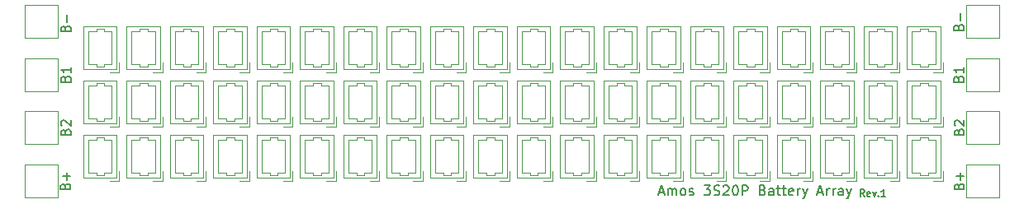
<source format=gbr>
%TF.GenerationSoftware,KiCad,Pcbnew,(6.0.2)*%
%TF.CreationDate,2022-04-10T16:39:51+09:00*%
%TF.ProjectId,battery_array,62617474-6572-4795-9f61-727261792e6b,rev?*%
%TF.SameCoordinates,Original*%
%TF.FileFunction,Legend,Top*%
%TF.FilePolarity,Positive*%
%FSLAX46Y46*%
G04 Gerber Fmt 4.6, Leading zero omitted, Abs format (unit mm)*
G04 Created by KiCad (PCBNEW (6.0.2)) date 2022-04-10 16:39:51*
%MOMM*%
%LPD*%
G01*
G04 APERTURE LIST*
%ADD10C,0.150000*%
%ADD11C,0.120000*%
G04 APERTURE END LIST*
D10*
X188126000Y-106742666D02*
X187892666Y-106409333D01*
X187726000Y-106742666D02*
X187726000Y-106042666D01*
X187992666Y-106042666D01*
X188059333Y-106076000D01*
X188092666Y-106109333D01*
X188126000Y-106176000D01*
X188126000Y-106276000D01*
X188092666Y-106342666D01*
X188059333Y-106376000D01*
X187992666Y-106409333D01*
X187726000Y-106409333D01*
X188692666Y-106709333D02*
X188626000Y-106742666D01*
X188492666Y-106742666D01*
X188426000Y-106709333D01*
X188392666Y-106642666D01*
X188392666Y-106376000D01*
X188426000Y-106309333D01*
X188492666Y-106276000D01*
X188626000Y-106276000D01*
X188692666Y-106309333D01*
X188726000Y-106376000D01*
X188726000Y-106442666D01*
X188392666Y-106509333D01*
X188959333Y-106276000D02*
X189126000Y-106742666D01*
X189292666Y-106276000D01*
X189559333Y-106676000D02*
X189592666Y-106709333D01*
X189559333Y-106742666D01*
X189526000Y-106709333D01*
X189559333Y-106676000D01*
X189559333Y-106742666D01*
X190259333Y-106742666D02*
X189859333Y-106742666D01*
X190059333Y-106742666D02*
X190059333Y-106042666D01*
X189992666Y-106142666D01*
X189926000Y-106209333D01*
X189859333Y-106242666D01*
X167077666Y-106338666D02*
X167553857Y-106338666D01*
X166982428Y-106624380D02*
X167315761Y-105624380D01*
X167649095Y-106624380D01*
X167982428Y-106624380D02*
X167982428Y-105957714D01*
X167982428Y-106052952D02*
X168030047Y-106005333D01*
X168125285Y-105957714D01*
X168268142Y-105957714D01*
X168363380Y-106005333D01*
X168411000Y-106100571D01*
X168411000Y-106624380D01*
X168411000Y-106100571D02*
X168458619Y-106005333D01*
X168553857Y-105957714D01*
X168696714Y-105957714D01*
X168791952Y-106005333D01*
X168839571Y-106100571D01*
X168839571Y-106624380D01*
X169458619Y-106624380D02*
X169363380Y-106576761D01*
X169315761Y-106529142D01*
X169268142Y-106433904D01*
X169268142Y-106148190D01*
X169315761Y-106052952D01*
X169363380Y-106005333D01*
X169458619Y-105957714D01*
X169601476Y-105957714D01*
X169696714Y-106005333D01*
X169744333Y-106052952D01*
X169791952Y-106148190D01*
X169791952Y-106433904D01*
X169744333Y-106529142D01*
X169696714Y-106576761D01*
X169601476Y-106624380D01*
X169458619Y-106624380D01*
X170172904Y-106576761D02*
X170268142Y-106624380D01*
X170458619Y-106624380D01*
X170553857Y-106576761D01*
X170601476Y-106481523D01*
X170601476Y-106433904D01*
X170553857Y-106338666D01*
X170458619Y-106291047D01*
X170315761Y-106291047D01*
X170220523Y-106243428D01*
X170172904Y-106148190D01*
X170172904Y-106100571D01*
X170220523Y-106005333D01*
X170315761Y-105957714D01*
X170458619Y-105957714D01*
X170553857Y-106005333D01*
X171696714Y-105624380D02*
X172315761Y-105624380D01*
X171982428Y-106005333D01*
X172125285Y-106005333D01*
X172220523Y-106052952D01*
X172268142Y-106100571D01*
X172315761Y-106195809D01*
X172315761Y-106433904D01*
X172268142Y-106529142D01*
X172220523Y-106576761D01*
X172125285Y-106624380D01*
X171839571Y-106624380D01*
X171744333Y-106576761D01*
X171696714Y-106529142D01*
X172696714Y-106576761D02*
X172839571Y-106624380D01*
X173077666Y-106624380D01*
X173172904Y-106576761D01*
X173220523Y-106529142D01*
X173268142Y-106433904D01*
X173268142Y-106338666D01*
X173220523Y-106243428D01*
X173172904Y-106195809D01*
X173077666Y-106148190D01*
X172887190Y-106100571D01*
X172791952Y-106052952D01*
X172744333Y-106005333D01*
X172696714Y-105910095D01*
X172696714Y-105814857D01*
X172744333Y-105719619D01*
X172791952Y-105672000D01*
X172887190Y-105624380D01*
X173125285Y-105624380D01*
X173268142Y-105672000D01*
X173649095Y-105719619D02*
X173696714Y-105672000D01*
X173791952Y-105624380D01*
X174030047Y-105624380D01*
X174125285Y-105672000D01*
X174172904Y-105719619D01*
X174220523Y-105814857D01*
X174220523Y-105910095D01*
X174172904Y-106052952D01*
X173601476Y-106624380D01*
X174220523Y-106624380D01*
X174839571Y-105624380D02*
X174934809Y-105624380D01*
X175030047Y-105672000D01*
X175077666Y-105719619D01*
X175125285Y-105814857D01*
X175172904Y-106005333D01*
X175172904Y-106243428D01*
X175125285Y-106433904D01*
X175077666Y-106529142D01*
X175030047Y-106576761D01*
X174934809Y-106624380D01*
X174839571Y-106624380D01*
X174744333Y-106576761D01*
X174696714Y-106529142D01*
X174649095Y-106433904D01*
X174601476Y-106243428D01*
X174601476Y-106005333D01*
X174649095Y-105814857D01*
X174696714Y-105719619D01*
X174744333Y-105672000D01*
X174839571Y-105624380D01*
X175601476Y-106624380D02*
X175601476Y-105624380D01*
X175982428Y-105624380D01*
X176077666Y-105672000D01*
X176125285Y-105719619D01*
X176172904Y-105814857D01*
X176172904Y-105957714D01*
X176125285Y-106052952D01*
X176077666Y-106100571D01*
X175982428Y-106148190D01*
X175601476Y-106148190D01*
X177696714Y-106100571D02*
X177839571Y-106148190D01*
X177887190Y-106195809D01*
X177934809Y-106291047D01*
X177934809Y-106433904D01*
X177887190Y-106529142D01*
X177839571Y-106576761D01*
X177744333Y-106624380D01*
X177363380Y-106624380D01*
X177363380Y-105624380D01*
X177696714Y-105624380D01*
X177791952Y-105672000D01*
X177839571Y-105719619D01*
X177887190Y-105814857D01*
X177887190Y-105910095D01*
X177839571Y-106005333D01*
X177791952Y-106052952D01*
X177696714Y-106100571D01*
X177363380Y-106100571D01*
X178791952Y-106624380D02*
X178791952Y-106100571D01*
X178744333Y-106005333D01*
X178649095Y-105957714D01*
X178458619Y-105957714D01*
X178363380Y-106005333D01*
X178791952Y-106576761D02*
X178696714Y-106624380D01*
X178458619Y-106624380D01*
X178363380Y-106576761D01*
X178315761Y-106481523D01*
X178315761Y-106386285D01*
X178363380Y-106291047D01*
X178458619Y-106243428D01*
X178696714Y-106243428D01*
X178791952Y-106195809D01*
X179125285Y-105957714D02*
X179506238Y-105957714D01*
X179268142Y-105624380D02*
X179268142Y-106481523D01*
X179315761Y-106576761D01*
X179411000Y-106624380D01*
X179506238Y-106624380D01*
X179696714Y-105957714D02*
X180077666Y-105957714D01*
X179839571Y-105624380D02*
X179839571Y-106481523D01*
X179887190Y-106576761D01*
X179982428Y-106624380D01*
X180077666Y-106624380D01*
X180791952Y-106576761D02*
X180696714Y-106624380D01*
X180506238Y-106624380D01*
X180411000Y-106576761D01*
X180363380Y-106481523D01*
X180363380Y-106100571D01*
X180411000Y-106005333D01*
X180506238Y-105957714D01*
X180696714Y-105957714D01*
X180791952Y-106005333D01*
X180839571Y-106100571D01*
X180839571Y-106195809D01*
X180363380Y-106291047D01*
X181268142Y-106624380D02*
X181268142Y-105957714D01*
X181268142Y-106148190D02*
X181315761Y-106052952D01*
X181363380Y-106005333D01*
X181458619Y-105957714D01*
X181553857Y-105957714D01*
X181791952Y-105957714D02*
X182030047Y-106624380D01*
X182268142Y-105957714D02*
X182030047Y-106624380D01*
X181934809Y-106862476D01*
X181887190Y-106910095D01*
X181791952Y-106957714D01*
X183363380Y-106338666D02*
X183839571Y-106338666D01*
X183268142Y-106624380D02*
X183601476Y-105624380D01*
X183934809Y-106624380D01*
X184268142Y-106624380D02*
X184268142Y-105957714D01*
X184268142Y-106148190D02*
X184315761Y-106052952D01*
X184363380Y-106005333D01*
X184458619Y-105957714D01*
X184553857Y-105957714D01*
X184887190Y-106624380D02*
X184887190Y-105957714D01*
X184887190Y-106148190D02*
X184934809Y-106052952D01*
X184982428Y-106005333D01*
X185077666Y-105957714D01*
X185172904Y-105957714D01*
X185934809Y-106624380D02*
X185934809Y-106100571D01*
X185887190Y-106005333D01*
X185791952Y-105957714D01*
X185601476Y-105957714D01*
X185506238Y-106005333D01*
X185934809Y-106576761D02*
X185839571Y-106624380D01*
X185601476Y-106624380D01*
X185506238Y-106576761D01*
X185458619Y-106481523D01*
X185458619Y-106386285D01*
X185506238Y-106291047D01*
X185601476Y-106243428D01*
X185839571Y-106243428D01*
X185934809Y-106195809D01*
X186315761Y-105957714D02*
X186553857Y-106624380D01*
X186791952Y-105957714D02*
X186553857Y-106624380D01*
X186458619Y-106862476D01*
X186411000Y-106910095D01*
X186315761Y-106957714D01*
X197794571Y-89320619D02*
X197842190Y-89177761D01*
X197889809Y-89130142D01*
X197985047Y-89082523D01*
X198127904Y-89082523D01*
X198223142Y-89130142D01*
X198270761Y-89177761D01*
X198318380Y-89273000D01*
X198318380Y-89653952D01*
X197318380Y-89653952D01*
X197318380Y-89320619D01*
X197366000Y-89225380D01*
X197413619Y-89177761D01*
X197508857Y-89130142D01*
X197604095Y-89130142D01*
X197699333Y-89177761D01*
X197746952Y-89225380D01*
X197794571Y-89320619D01*
X197794571Y-89653952D01*
X197937428Y-88653952D02*
X197937428Y-87892047D01*
X106176771Y-105703619D02*
X106224390Y-105560761D01*
X106272009Y-105513142D01*
X106367247Y-105465523D01*
X106510104Y-105465523D01*
X106605342Y-105513142D01*
X106652961Y-105560761D01*
X106700580Y-105656000D01*
X106700580Y-106036952D01*
X105700580Y-106036952D01*
X105700580Y-105703619D01*
X105748200Y-105608380D01*
X105795819Y-105560761D01*
X105891057Y-105513142D01*
X105986295Y-105513142D01*
X106081533Y-105560761D01*
X106129152Y-105608380D01*
X106176771Y-105703619D01*
X106176771Y-106036952D01*
X106319628Y-105036952D02*
X106319628Y-104275047D01*
X106700580Y-104656000D02*
X105938676Y-104656000D01*
X197811265Y-105703619D02*
X197858884Y-105560761D01*
X197906503Y-105513142D01*
X198001741Y-105465523D01*
X198144598Y-105465523D01*
X198239836Y-105513142D01*
X198287455Y-105560761D01*
X198335074Y-105656000D01*
X198335074Y-106036952D01*
X197335074Y-106036952D01*
X197335074Y-105703619D01*
X197382694Y-105608380D01*
X197430313Y-105560761D01*
X197525551Y-105513142D01*
X197620789Y-105513142D01*
X197716027Y-105560761D01*
X197763646Y-105608380D01*
X197811265Y-105703619D01*
X197811265Y-106036952D01*
X197954122Y-105036952D02*
X197954122Y-104275047D01*
X198335074Y-104656000D02*
X197573170Y-104656000D01*
X106227571Y-89447619D02*
X106275190Y-89304761D01*
X106322809Y-89257142D01*
X106418047Y-89209523D01*
X106560904Y-89209523D01*
X106656142Y-89257142D01*
X106703761Y-89304761D01*
X106751380Y-89400000D01*
X106751380Y-89780952D01*
X105751380Y-89780952D01*
X105751380Y-89447619D01*
X105799000Y-89352380D01*
X105846619Y-89304761D01*
X105941857Y-89257142D01*
X106037095Y-89257142D01*
X106132333Y-89304761D01*
X106179952Y-89352380D01*
X106227571Y-89447619D01*
X106227571Y-89780952D01*
X106370428Y-88780952D02*
X106370428Y-88019047D01*
X197811265Y-100099761D02*
X197858884Y-99956904D01*
X197906503Y-99909285D01*
X198001741Y-99861666D01*
X198144598Y-99861666D01*
X198239836Y-99909285D01*
X198287455Y-99956904D01*
X198335074Y-100052142D01*
X198335074Y-100433095D01*
X197335074Y-100433095D01*
X197335074Y-100099761D01*
X197382694Y-100004523D01*
X197430313Y-99956904D01*
X197525551Y-99909285D01*
X197620789Y-99909285D01*
X197716027Y-99956904D01*
X197763646Y-100004523D01*
X197811265Y-100099761D01*
X197811265Y-100433095D01*
X197430313Y-99480714D02*
X197382694Y-99433095D01*
X197335074Y-99337857D01*
X197335074Y-99099761D01*
X197382694Y-99004523D01*
X197430313Y-98956904D01*
X197525551Y-98909285D01*
X197620789Y-98909285D01*
X197763646Y-98956904D01*
X198335074Y-99528333D01*
X198335074Y-98909285D01*
X106227571Y-94638761D02*
X106275190Y-94495904D01*
X106322809Y-94448285D01*
X106418047Y-94400666D01*
X106560904Y-94400666D01*
X106656142Y-94448285D01*
X106703761Y-94495904D01*
X106751380Y-94591142D01*
X106751380Y-94972095D01*
X105751380Y-94972095D01*
X105751380Y-94638761D01*
X105799000Y-94543523D01*
X105846619Y-94495904D01*
X105941857Y-94448285D01*
X106037095Y-94448285D01*
X106132333Y-94495904D01*
X106179952Y-94543523D01*
X106227571Y-94638761D01*
X106227571Y-94972095D01*
X106751380Y-93448285D02*
X106751380Y-94019714D01*
X106751380Y-93734000D02*
X105751380Y-93734000D01*
X105894238Y-93829238D01*
X105989476Y-93924476D01*
X106037095Y-94019714D01*
X197760465Y-94638761D02*
X197808084Y-94495904D01*
X197855703Y-94448285D01*
X197950941Y-94400666D01*
X198093798Y-94400666D01*
X198189036Y-94448285D01*
X198236655Y-94495904D01*
X198284274Y-94591142D01*
X198284274Y-94972095D01*
X197284274Y-94972095D01*
X197284274Y-94638761D01*
X197331894Y-94543523D01*
X197379513Y-94495904D01*
X197474751Y-94448285D01*
X197569989Y-94448285D01*
X197665227Y-94495904D01*
X197712846Y-94543523D01*
X197760465Y-94638761D01*
X197760465Y-94972095D01*
X198284274Y-93448285D02*
X198284274Y-94019714D01*
X198284274Y-93734000D02*
X197284274Y-93734000D01*
X197427132Y-93829238D01*
X197522370Y-93924476D01*
X197569989Y-94019714D01*
X106227571Y-100099761D02*
X106275190Y-99956904D01*
X106322809Y-99909285D01*
X106418047Y-99861666D01*
X106560904Y-99861666D01*
X106656142Y-99909285D01*
X106703761Y-99956904D01*
X106751380Y-100052142D01*
X106751380Y-100433095D01*
X105751380Y-100433095D01*
X105751380Y-100099761D01*
X105799000Y-100004523D01*
X105846619Y-99956904D01*
X105941857Y-99909285D01*
X106037095Y-99909285D01*
X106132333Y-99956904D01*
X106179952Y-100004523D01*
X106227571Y-100099761D01*
X106227571Y-100433095D01*
X105846619Y-99480714D02*
X105799000Y-99433095D01*
X105751380Y-99337857D01*
X105751380Y-99099761D01*
X105799000Y-99004523D01*
X105846619Y-98956904D01*
X105941857Y-98909285D01*
X106037095Y-98909285D01*
X106179952Y-98956904D01*
X106751380Y-99528333D01*
X106751380Y-98909285D01*
D11*
%TO.C,J8*%
X119068000Y-95103000D02*
X118268000Y-95103000D01*
X119818000Y-97028000D02*
X119818000Y-98753000D01*
X119818000Y-95303000D02*
X119068000Y-95303000D01*
X119818000Y-98753000D02*
X119068000Y-98753000D01*
X119068000Y-98753000D02*
X119068000Y-98953000D01*
X118268000Y-95303000D02*
X117418000Y-95303000D01*
X120618000Y-99553000D02*
X120618000Y-98553000D01*
X118268000Y-98753000D02*
X117418000Y-98753000D01*
X117418000Y-98753000D02*
X117418000Y-97028000D01*
X117418000Y-95303000D02*
X117418000Y-97028000D01*
X120328000Y-94793000D02*
X116908000Y-94793000D01*
X116908000Y-99263000D02*
X120328000Y-99263000D01*
X120328000Y-99263000D02*
X120328000Y-94793000D01*
X119818000Y-97028000D02*
X119818000Y-95303000D01*
X116908000Y-94793000D02*
X116908000Y-99263000D01*
X119068000Y-98953000D02*
X118268000Y-98953000D01*
X120618000Y-99553000D02*
X119618000Y-99553000D01*
X119068000Y-95303000D02*
X119068000Y-95103000D01*
X118268000Y-98953000D02*
X118268000Y-98753000D01*
X118268000Y-95103000D02*
X118268000Y-95303000D01*
%TO.C,J5*%
X113823000Y-98753000D02*
X112973000Y-98753000D01*
X114623000Y-98953000D02*
X113823000Y-98953000D01*
X115883000Y-94793000D02*
X112463000Y-94793000D01*
X115373000Y-95303000D02*
X114623000Y-95303000D01*
X115373000Y-97028000D02*
X115373000Y-98753000D01*
X112973000Y-98753000D02*
X112973000Y-97028000D01*
X116173000Y-99553000D02*
X116173000Y-98553000D01*
X113823000Y-95103000D02*
X113823000Y-95303000D01*
X112463000Y-99263000D02*
X115883000Y-99263000D01*
X113823000Y-98953000D02*
X113823000Y-98753000D01*
X116173000Y-99553000D02*
X115173000Y-99553000D01*
X113823000Y-95303000D02*
X112973000Y-95303000D01*
X115883000Y-99263000D02*
X115883000Y-94793000D01*
X112973000Y-95303000D02*
X112973000Y-97028000D01*
X114623000Y-95103000D02*
X113823000Y-95103000D01*
X114623000Y-95303000D02*
X114623000Y-95103000D01*
X115373000Y-98753000D02*
X114623000Y-98753000D01*
X112463000Y-94793000D02*
X112463000Y-99263000D01*
X115373000Y-97028000D02*
X115373000Y-95303000D01*
X114623000Y-98753000D02*
X114623000Y-98953000D01*
%TO.C,J59*%
X196183000Y-99553000D02*
X195183000Y-99553000D01*
X194633000Y-95303000D02*
X194633000Y-95103000D01*
X195383000Y-97028000D02*
X195383000Y-98753000D01*
X195383000Y-95303000D02*
X194633000Y-95303000D01*
X194633000Y-98953000D02*
X193833000Y-98953000D01*
X192983000Y-98753000D02*
X192983000Y-97028000D01*
X195383000Y-98753000D02*
X194633000Y-98753000D01*
X194633000Y-95103000D02*
X193833000Y-95103000D01*
X193833000Y-95303000D02*
X192983000Y-95303000D01*
X195893000Y-99263000D02*
X195893000Y-94793000D01*
X192983000Y-95303000D02*
X192983000Y-97028000D01*
X192473000Y-94793000D02*
X192473000Y-99263000D01*
X193833000Y-95103000D02*
X193833000Y-95303000D01*
X195893000Y-94793000D02*
X192473000Y-94793000D01*
X194633000Y-98753000D02*
X194633000Y-98953000D01*
X193833000Y-98753000D02*
X192983000Y-98753000D01*
X193833000Y-98953000D02*
X193833000Y-98753000D01*
X192473000Y-99263000D02*
X195893000Y-99263000D01*
X196183000Y-99553000D02*
X196183000Y-98553000D01*
X195383000Y-97028000D02*
X195383000Y-95303000D01*
%TO.C,J25*%
X144938000Y-100691000D02*
X144938000Y-100891000D01*
X144088000Y-104341000D02*
X144088000Y-102616000D01*
X143578000Y-100381000D02*
X143578000Y-104851000D01*
X146488000Y-104341000D02*
X145738000Y-104341000D01*
X145738000Y-100691000D02*
X144938000Y-100691000D01*
X147288000Y-105141000D02*
X146288000Y-105141000D01*
X145738000Y-104541000D02*
X144938000Y-104541000D01*
X145738000Y-100891000D02*
X145738000Y-100691000D01*
X146488000Y-100891000D02*
X145738000Y-100891000D01*
X147288000Y-105141000D02*
X147288000Y-104141000D01*
X143578000Y-104851000D02*
X146998000Y-104851000D01*
X146488000Y-102616000D02*
X146488000Y-100891000D01*
X144938000Y-104541000D02*
X144938000Y-104341000D01*
X146998000Y-100381000D02*
X143578000Y-100381000D01*
X144938000Y-100891000D02*
X144088000Y-100891000D01*
X146488000Y-102616000D02*
X146488000Y-104341000D01*
X144938000Y-104341000D02*
X144088000Y-104341000D01*
X144088000Y-100891000D02*
X144088000Y-102616000D01*
X146998000Y-104851000D02*
X146998000Y-100381000D01*
X145738000Y-104341000D02*
X145738000Y-104541000D01*
%TO.C,J19*%
X138398000Y-105141000D02*
X138398000Y-104141000D01*
X134688000Y-100381000D02*
X134688000Y-104851000D01*
X135198000Y-104341000D02*
X135198000Y-102616000D01*
X136048000Y-104341000D02*
X135198000Y-104341000D01*
X136048000Y-104541000D02*
X136048000Y-104341000D01*
X138108000Y-100381000D02*
X134688000Y-100381000D01*
X136848000Y-100691000D02*
X136048000Y-100691000D01*
X137598000Y-102616000D02*
X137598000Y-104341000D01*
X137598000Y-104341000D02*
X136848000Y-104341000D01*
X136848000Y-104541000D02*
X136048000Y-104541000D01*
X136048000Y-100891000D02*
X135198000Y-100891000D01*
X138398000Y-105141000D02*
X137398000Y-105141000D01*
X135198000Y-100891000D02*
X135198000Y-102616000D01*
X137598000Y-100891000D02*
X136848000Y-100891000D01*
X136048000Y-100691000D02*
X136048000Y-100891000D01*
X134688000Y-104851000D02*
X138108000Y-104851000D01*
X136848000Y-100891000D02*
X136848000Y-100691000D01*
X137598000Y-102616000D02*
X137598000Y-100891000D01*
X138108000Y-104851000D02*
X138108000Y-100381000D01*
X136848000Y-104341000D02*
X136848000Y-104541000D01*
%TO.C,J20*%
X138398000Y-99553000D02*
X138398000Y-98553000D01*
X135198000Y-95303000D02*
X135198000Y-97028000D01*
X138108000Y-99263000D02*
X138108000Y-94793000D01*
X136848000Y-98953000D02*
X136048000Y-98953000D01*
X136048000Y-98953000D02*
X136048000Y-98753000D01*
X134688000Y-94793000D02*
X134688000Y-99263000D01*
X137598000Y-98753000D02*
X136848000Y-98753000D01*
X136848000Y-95303000D02*
X136848000Y-95103000D01*
X136848000Y-95103000D02*
X136048000Y-95103000D01*
X136848000Y-98753000D02*
X136848000Y-98953000D01*
X137598000Y-97028000D02*
X137598000Y-98753000D01*
X136048000Y-98753000D02*
X135198000Y-98753000D01*
X135198000Y-98753000D02*
X135198000Y-97028000D01*
X134688000Y-99263000D02*
X138108000Y-99263000D01*
X138398000Y-99553000D02*
X137398000Y-99553000D01*
X138108000Y-94793000D02*
X134688000Y-94793000D01*
X137598000Y-95303000D02*
X136848000Y-95303000D01*
X136048000Y-95303000D02*
X135198000Y-95303000D01*
X136048000Y-95103000D02*
X136048000Y-95303000D01*
X137598000Y-97028000D02*
X137598000Y-95303000D01*
%TO.C,J32*%
X155378000Y-95303000D02*
X154628000Y-95303000D01*
X155378000Y-98753000D02*
X154628000Y-98753000D01*
X153828000Y-98953000D02*
X153828000Y-98753000D01*
X155888000Y-99263000D02*
X155888000Y-94793000D01*
X152978000Y-95303000D02*
X152978000Y-97028000D01*
X156178000Y-99553000D02*
X155178000Y-99553000D01*
X155378000Y-97028000D02*
X155378000Y-98753000D01*
X152978000Y-98753000D02*
X152978000Y-97028000D01*
X154628000Y-95103000D02*
X153828000Y-95103000D01*
X154628000Y-98753000D02*
X154628000Y-98953000D01*
X153828000Y-95103000D02*
X153828000Y-95303000D01*
X155378000Y-97028000D02*
X155378000Y-95303000D01*
X153828000Y-98753000D02*
X152978000Y-98753000D01*
X156178000Y-99553000D02*
X156178000Y-98553000D01*
X152468000Y-99263000D02*
X155888000Y-99263000D01*
X152468000Y-94793000D02*
X152468000Y-99263000D01*
X154628000Y-98953000D02*
X153828000Y-98953000D01*
X155888000Y-94793000D02*
X152468000Y-94793000D01*
X153828000Y-95303000D02*
X152978000Y-95303000D01*
X154628000Y-95303000D02*
X154628000Y-95103000D01*
%TO.C,J14*%
X129218000Y-94793000D02*
X125798000Y-94793000D01*
X127158000Y-95303000D02*
X126308000Y-95303000D01*
X127958000Y-98753000D02*
X127958000Y-98953000D01*
X129218000Y-99263000D02*
X129218000Y-94793000D01*
X128708000Y-98753000D02*
X127958000Y-98753000D01*
X127158000Y-98953000D02*
X127158000Y-98753000D01*
X126308000Y-98753000D02*
X126308000Y-97028000D01*
X127158000Y-98753000D02*
X126308000Y-98753000D01*
X127958000Y-98953000D02*
X127158000Y-98953000D01*
X129508000Y-99553000D02*
X129508000Y-98553000D01*
X129508000Y-99553000D02*
X128508000Y-99553000D01*
X125798000Y-94793000D02*
X125798000Y-99263000D01*
X128708000Y-97028000D02*
X128708000Y-95303000D01*
X126308000Y-95303000D02*
X126308000Y-97028000D01*
X128708000Y-97028000D02*
X128708000Y-98753000D01*
X128708000Y-95303000D02*
X127958000Y-95303000D01*
X127958000Y-95103000D02*
X127158000Y-95103000D01*
X127958000Y-95303000D02*
X127958000Y-95103000D01*
X127158000Y-95103000D02*
X127158000Y-95303000D01*
X125798000Y-99263000D02*
X129218000Y-99263000D01*
%TO.C,J55*%
X188538000Y-104341000D02*
X188538000Y-102616000D01*
X190938000Y-102616000D02*
X190938000Y-104341000D01*
X191448000Y-104851000D02*
X191448000Y-100381000D01*
X191738000Y-105141000D02*
X190738000Y-105141000D01*
X191448000Y-100381000D02*
X188028000Y-100381000D01*
X188028000Y-100381000D02*
X188028000Y-104851000D01*
X191738000Y-105141000D02*
X191738000Y-104141000D01*
X189388000Y-100691000D02*
X189388000Y-100891000D01*
X189388000Y-104341000D02*
X188538000Y-104341000D01*
X189388000Y-100891000D02*
X188538000Y-100891000D01*
X188028000Y-104851000D02*
X191448000Y-104851000D01*
X188538000Y-100891000D02*
X188538000Y-102616000D01*
X190188000Y-100691000D02*
X189388000Y-100691000D01*
X190938000Y-102616000D02*
X190938000Y-100891000D01*
X190938000Y-104341000D02*
X190188000Y-104341000D01*
X190188000Y-104541000D02*
X189388000Y-104541000D01*
X189388000Y-104541000D02*
X189388000Y-104341000D01*
X190938000Y-100891000D02*
X190188000Y-100891000D01*
X190188000Y-104341000D02*
X190188000Y-104541000D01*
X190188000Y-100891000D02*
X190188000Y-100691000D01*
%TO.C,J42*%
X169513000Y-93965000D02*
X169513000Y-92965000D01*
X168713000Y-93165000D02*
X167963000Y-93165000D01*
X167963000Y-93365000D02*
X167163000Y-93365000D01*
X168713000Y-91440000D02*
X168713000Y-93165000D01*
X167963000Y-89515000D02*
X167163000Y-89515000D01*
X166313000Y-93165000D02*
X166313000Y-91440000D01*
X169223000Y-89205000D02*
X165803000Y-89205000D01*
X165803000Y-89205000D02*
X165803000Y-93675000D01*
X167163000Y-89515000D02*
X167163000Y-89715000D01*
X167963000Y-89715000D02*
X167963000Y-89515000D01*
X167163000Y-93165000D02*
X166313000Y-93165000D01*
X165803000Y-93675000D02*
X169223000Y-93675000D01*
X168713000Y-91440000D02*
X168713000Y-89715000D01*
X168713000Y-89715000D02*
X167963000Y-89715000D01*
X169513000Y-93965000D02*
X168513000Y-93965000D01*
X166313000Y-89715000D02*
X166313000Y-91440000D01*
X169223000Y-93675000D02*
X169223000Y-89205000D01*
X167163000Y-89715000D02*
X166313000Y-89715000D01*
X167963000Y-93165000D02*
X167963000Y-93365000D01*
X167163000Y-93365000D02*
X167163000Y-93165000D01*
%TO.C,J10*%
X124773000Y-100381000D02*
X121353000Y-100381000D01*
X122713000Y-104541000D02*
X122713000Y-104341000D01*
X125063000Y-105141000D02*
X124063000Y-105141000D01*
X123513000Y-100891000D02*
X123513000Y-100691000D01*
X121863000Y-104341000D02*
X121863000Y-102616000D01*
X124263000Y-102616000D02*
X124263000Y-100891000D01*
X121863000Y-100891000D02*
X121863000Y-102616000D01*
X123513000Y-104541000D02*
X122713000Y-104541000D01*
X123513000Y-104341000D02*
X123513000Y-104541000D01*
X124263000Y-104341000D02*
X123513000Y-104341000D01*
X122713000Y-100891000D02*
X121863000Y-100891000D01*
X122713000Y-100691000D02*
X122713000Y-100891000D01*
X122713000Y-104341000D02*
X121863000Y-104341000D01*
X123513000Y-100691000D02*
X122713000Y-100691000D01*
X124263000Y-100891000D02*
X123513000Y-100891000D01*
X121353000Y-100381000D02*
X121353000Y-104851000D01*
X124263000Y-102616000D02*
X124263000Y-104341000D01*
X125063000Y-105141000D02*
X125063000Y-104141000D01*
X121353000Y-104851000D02*
X124773000Y-104851000D01*
X124773000Y-104851000D02*
X124773000Y-100381000D01*
%TO.C,J16*%
X130243000Y-100381000D02*
X130243000Y-104851000D01*
X130753000Y-104341000D02*
X130753000Y-102616000D01*
X132403000Y-100691000D02*
X131603000Y-100691000D01*
X131603000Y-100691000D02*
X131603000Y-100891000D01*
X132403000Y-104541000D02*
X131603000Y-104541000D01*
X133663000Y-100381000D02*
X130243000Y-100381000D01*
X133953000Y-105141000D02*
X133953000Y-104141000D01*
X131603000Y-100891000D02*
X130753000Y-100891000D01*
X133663000Y-104851000D02*
X133663000Y-100381000D01*
X133953000Y-105141000D02*
X132953000Y-105141000D01*
X131603000Y-104341000D02*
X130753000Y-104341000D01*
X133153000Y-100891000D02*
X132403000Y-100891000D01*
X133153000Y-102616000D02*
X133153000Y-104341000D01*
X133153000Y-104341000D02*
X132403000Y-104341000D01*
X133153000Y-102616000D02*
X133153000Y-100891000D01*
X131603000Y-104541000D02*
X131603000Y-104341000D01*
X132403000Y-100891000D02*
X132403000Y-100691000D01*
X130243000Y-104851000D02*
X133663000Y-104851000D01*
X132403000Y-104341000D02*
X132403000Y-104541000D01*
X130753000Y-100891000D02*
X130753000Y-102616000D01*
%TO.C,J53*%
X184943000Y-95303000D02*
X184093000Y-95303000D01*
X184943000Y-98753000D02*
X184093000Y-98753000D01*
X183583000Y-94793000D02*
X183583000Y-99263000D01*
X186493000Y-98753000D02*
X185743000Y-98753000D01*
X185743000Y-95103000D02*
X184943000Y-95103000D01*
X186493000Y-97028000D02*
X186493000Y-98753000D01*
X185743000Y-98753000D02*
X185743000Y-98953000D01*
X184093000Y-98753000D02*
X184093000Y-97028000D01*
X183583000Y-99263000D02*
X187003000Y-99263000D01*
X184943000Y-95103000D02*
X184943000Y-95303000D01*
X185743000Y-98953000D02*
X184943000Y-98953000D01*
X187003000Y-94793000D02*
X183583000Y-94793000D01*
X187003000Y-99263000D02*
X187003000Y-94793000D01*
X186493000Y-97028000D02*
X186493000Y-95303000D01*
X184943000Y-98953000D02*
X184943000Y-98753000D01*
X186493000Y-95303000D02*
X185743000Y-95303000D01*
X187293000Y-99553000D02*
X187293000Y-98553000D01*
X184093000Y-95303000D02*
X184093000Y-97028000D01*
X185743000Y-95303000D02*
X185743000Y-95103000D01*
X187293000Y-99553000D02*
X186293000Y-99553000D01*
%TO.C,H3*%
X198570294Y-95934000D02*
X198570294Y-92534000D01*
X198570294Y-92534000D02*
X201970294Y-92534000D01*
X201970294Y-92534000D02*
X201970294Y-95934000D01*
X201970294Y-95934000D02*
X198570294Y-95934000D01*
%TO.C,H5*%
X105459000Y-103456000D02*
X105459000Y-106856000D01*
X105459000Y-106856000D02*
X102059000Y-106856000D01*
X102059000Y-103456000D02*
X105459000Y-103456000D01*
X102059000Y-106856000D02*
X102059000Y-103456000D01*
%TO.C,J27*%
X145738000Y-89515000D02*
X144938000Y-89515000D01*
X146488000Y-89715000D02*
X145738000Y-89715000D01*
X146488000Y-91440000D02*
X146488000Y-93165000D01*
X144088000Y-93165000D02*
X144088000Y-91440000D01*
X146998000Y-89205000D02*
X143578000Y-89205000D01*
X147288000Y-93965000D02*
X146288000Y-93965000D01*
X144938000Y-93165000D02*
X144088000Y-93165000D01*
X146998000Y-93675000D02*
X146998000Y-89205000D01*
X145738000Y-93165000D02*
X145738000Y-93365000D01*
X145738000Y-89715000D02*
X145738000Y-89515000D01*
X144938000Y-89715000D02*
X144088000Y-89715000D01*
X145738000Y-93365000D02*
X144938000Y-93365000D01*
X144938000Y-89515000D02*
X144938000Y-89715000D01*
X144938000Y-93365000D02*
X144938000Y-93165000D01*
X143578000Y-89205000D02*
X143578000Y-93675000D01*
X143578000Y-93675000D02*
X146998000Y-93675000D01*
X146488000Y-93165000D02*
X145738000Y-93165000D01*
X147288000Y-93965000D02*
X147288000Y-92965000D01*
X146488000Y-91440000D02*
X146488000Y-89715000D01*
X144088000Y-89715000D02*
X144088000Y-91440000D01*
%TO.C,J18*%
X133153000Y-91440000D02*
X133153000Y-93165000D01*
X133153000Y-91440000D02*
X133153000Y-89715000D01*
X130753000Y-89715000D02*
X130753000Y-91440000D01*
X131603000Y-93365000D02*
X131603000Y-93165000D01*
X133953000Y-93965000D02*
X133953000Y-92965000D01*
X133663000Y-89205000D02*
X130243000Y-89205000D01*
X130243000Y-93675000D02*
X133663000Y-93675000D01*
X133953000Y-93965000D02*
X132953000Y-93965000D01*
X133153000Y-93165000D02*
X132403000Y-93165000D01*
X131603000Y-89515000D02*
X131603000Y-89715000D01*
X131603000Y-93165000D02*
X130753000Y-93165000D01*
X133663000Y-93675000D02*
X133663000Y-89205000D01*
X132403000Y-93165000D02*
X132403000Y-93365000D01*
X133153000Y-89715000D02*
X132403000Y-89715000D01*
X132403000Y-89515000D02*
X131603000Y-89515000D01*
X130753000Y-93165000D02*
X130753000Y-91440000D01*
X132403000Y-93365000D02*
X131603000Y-93365000D01*
X130243000Y-89205000D02*
X130243000Y-93675000D01*
X132403000Y-89715000D02*
X132403000Y-89515000D01*
X131603000Y-89715000D02*
X130753000Y-89715000D01*
%TO.C,J52*%
X184093000Y-104341000D02*
X184093000Y-102616000D01*
X185743000Y-100891000D02*
X185743000Y-100691000D01*
X184943000Y-100691000D02*
X184943000Y-100891000D01*
X187293000Y-105141000D02*
X187293000Y-104141000D01*
X186493000Y-100891000D02*
X185743000Y-100891000D01*
X187293000Y-105141000D02*
X186293000Y-105141000D01*
X184943000Y-100891000D02*
X184093000Y-100891000D01*
X184093000Y-100891000D02*
X184093000Y-102616000D01*
X183583000Y-100381000D02*
X183583000Y-104851000D01*
X184943000Y-104541000D02*
X184943000Y-104341000D01*
X186493000Y-102616000D02*
X186493000Y-104341000D01*
X186493000Y-102616000D02*
X186493000Y-100891000D01*
X187003000Y-104851000D02*
X187003000Y-100381000D01*
X187003000Y-100381000D02*
X183583000Y-100381000D01*
X185743000Y-100691000D02*
X184943000Y-100691000D01*
X185743000Y-104541000D02*
X184943000Y-104541000D01*
X185743000Y-104341000D02*
X185743000Y-104541000D01*
X186493000Y-104341000D02*
X185743000Y-104341000D01*
X183583000Y-104851000D02*
X187003000Y-104851000D01*
X184943000Y-104341000D02*
X184093000Y-104341000D01*
%TO.C,J31*%
X154628000Y-100691000D02*
X153828000Y-100691000D01*
X155888000Y-100381000D02*
X152468000Y-100381000D01*
X153828000Y-100691000D02*
X153828000Y-100891000D01*
X154628000Y-104541000D02*
X153828000Y-104541000D01*
X154628000Y-104341000D02*
X154628000Y-104541000D01*
X155378000Y-104341000D02*
X154628000Y-104341000D01*
X156178000Y-105141000D02*
X155178000Y-105141000D01*
X153828000Y-100891000D02*
X152978000Y-100891000D01*
X155378000Y-100891000D02*
X154628000Y-100891000D01*
X156178000Y-105141000D02*
X156178000Y-104141000D01*
X153828000Y-104541000D02*
X153828000Y-104341000D01*
X152468000Y-100381000D02*
X152468000Y-104851000D01*
X155888000Y-104851000D02*
X155888000Y-100381000D01*
X152978000Y-104341000D02*
X152978000Y-102616000D01*
X155378000Y-102616000D02*
X155378000Y-104341000D01*
X155378000Y-102616000D02*
X155378000Y-100891000D01*
X154628000Y-100891000D02*
X154628000Y-100691000D01*
X152468000Y-104851000D02*
X155888000Y-104851000D01*
X152978000Y-100891000D02*
X152978000Y-102616000D01*
X153828000Y-104341000D02*
X152978000Y-104341000D01*
%TO.C,J44*%
X171608000Y-95303000D02*
X170758000Y-95303000D01*
X173958000Y-99553000D02*
X173958000Y-98553000D01*
X173158000Y-97028000D02*
X173158000Y-95303000D01*
X170248000Y-94793000D02*
X170248000Y-99263000D01*
X171608000Y-98953000D02*
X171608000Y-98753000D01*
X173158000Y-95303000D02*
X172408000Y-95303000D01*
X170248000Y-99263000D02*
X173668000Y-99263000D01*
X171608000Y-98753000D02*
X170758000Y-98753000D01*
X173668000Y-94793000D02*
X170248000Y-94793000D01*
X172408000Y-98753000D02*
X172408000Y-98953000D01*
X172408000Y-95303000D02*
X172408000Y-95103000D01*
X173668000Y-99263000D02*
X173668000Y-94793000D01*
X173158000Y-97028000D02*
X173158000Y-98753000D01*
X172408000Y-95103000D02*
X171608000Y-95103000D01*
X170758000Y-95303000D02*
X170758000Y-97028000D01*
X170758000Y-98753000D02*
X170758000Y-97028000D01*
X173958000Y-99553000D02*
X172958000Y-99553000D01*
X173158000Y-98753000D02*
X172408000Y-98753000D01*
X172408000Y-98953000D02*
X171608000Y-98953000D01*
X171608000Y-95103000D02*
X171608000Y-95303000D01*
%TO.C,J21*%
X138108000Y-89205000D02*
X134688000Y-89205000D01*
X138398000Y-93965000D02*
X137398000Y-93965000D01*
X134688000Y-93675000D02*
X138108000Y-93675000D01*
X137598000Y-91440000D02*
X137598000Y-89715000D01*
X138398000Y-93965000D02*
X138398000Y-92965000D01*
X135198000Y-93165000D02*
X135198000Y-91440000D01*
X136048000Y-89715000D02*
X135198000Y-89715000D01*
X137598000Y-91440000D02*
X137598000Y-93165000D01*
X136048000Y-89515000D02*
X136048000Y-89715000D01*
X136848000Y-93365000D02*
X136048000Y-93365000D01*
X136848000Y-93165000D02*
X136848000Y-93365000D01*
X136048000Y-93165000D02*
X135198000Y-93165000D01*
X136848000Y-89515000D02*
X136048000Y-89515000D01*
X137598000Y-93165000D02*
X136848000Y-93165000D01*
X136048000Y-93365000D02*
X136048000Y-93165000D01*
X136848000Y-89715000D02*
X136848000Y-89515000D01*
X134688000Y-89205000D02*
X134688000Y-93675000D01*
X137598000Y-89715000D02*
X136848000Y-89715000D01*
X138108000Y-93675000D02*
X138108000Y-89205000D01*
X135198000Y-89715000D02*
X135198000Y-91440000D01*
%TO.C,J58*%
X192473000Y-100381000D02*
X192473000Y-104851000D01*
X194633000Y-100691000D02*
X193833000Y-100691000D01*
X192983000Y-104341000D02*
X192983000Y-102616000D01*
X195383000Y-102616000D02*
X195383000Y-104341000D01*
X195383000Y-100891000D02*
X194633000Y-100891000D01*
X195893000Y-104851000D02*
X195893000Y-100381000D01*
X192983000Y-100891000D02*
X192983000Y-102616000D01*
X196183000Y-105141000D02*
X195183000Y-105141000D01*
X193833000Y-100891000D02*
X192983000Y-100891000D01*
X193833000Y-100691000D02*
X193833000Y-100891000D01*
X193833000Y-104541000D02*
X193833000Y-104341000D01*
X194633000Y-104541000D02*
X193833000Y-104541000D01*
X193833000Y-104341000D02*
X192983000Y-104341000D01*
X195383000Y-104341000D02*
X194633000Y-104341000D01*
X194633000Y-104341000D02*
X194633000Y-104541000D01*
X192473000Y-104851000D02*
X195893000Y-104851000D01*
X195893000Y-100381000D02*
X192473000Y-100381000D01*
X194633000Y-100891000D02*
X194633000Y-100691000D01*
X195383000Y-102616000D02*
X195383000Y-100891000D01*
X196183000Y-105141000D02*
X196183000Y-104141000D01*
%TO.C,J13*%
X128708000Y-100891000D02*
X127958000Y-100891000D01*
X129218000Y-100381000D02*
X125798000Y-100381000D01*
X127158000Y-104341000D02*
X126308000Y-104341000D01*
X128708000Y-102616000D02*
X128708000Y-100891000D01*
X125798000Y-104851000D02*
X129218000Y-104851000D01*
X127958000Y-104341000D02*
X127958000Y-104541000D01*
X127158000Y-104541000D02*
X127158000Y-104341000D01*
X127958000Y-100691000D02*
X127158000Y-100691000D01*
X126308000Y-100891000D02*
X126308000Y-102616000D01*
X127158000Y-100691000D02*
X127158000Y-100891000D01*
X129508000Y-105141000D02*
X128508000Y-105141000D01*
X129508000Y-105141000D02*
X129508000Y-104141000D01*
X127158000Y-100891000D02*
X126308000Y-100891000D01*
X126308000Y-104341000D02*
X126308000Y-102616000D01*
X128708000Y-104341000D02*
X127958000Y-104341000D01*
X127958000Y-100891000D02*
X127958000Y-100691000D01*
X125798000Y-100381000D02*
X125798000Y-104851000D01*
X128708000Y-102616000D02*
X128708000Y-104341000D01*
X129218000Y-104851000D02*
X129218000Y-100381000D01*
X127958000Y-104541000D02*
X127158000Y-104541000D01*
%TO.C,J23*%
X139643000Y-95303000D02*
X139643000Y-97028000D01*
X140493000Y-98753000D02*
X139643000Y-98753000D01*
X139133000Y-94793000D02*
X139133000Y-99263000D01*
X141293000Y-98753000D02*
X141293000Y-98953000D01*
X141293000Y-95303000D02*
X141293000Y-95103000D01*
X139643000Y-98753000D02*
X139643000Y-97028000D01*
X142043000Y-97028000D02*
X142043000Y-98753000D01*
X140493000Y-95303000D02*
X139643000Y-95303000D01*
X141293000Y-98953000D02*
X140493000Y-98953000D01*
X142043000Y-97028000D02*
X142043000Y-95303000D01*
X141293000Y-95103000D02*
X140493000Y-95103000D01*
X142553000Y-99263000D02*
X142553000Y-94793000D01*
X139133000Y-99263000D02*
X142553000Y-99263000D01*
X142843000Y-99553000D02*
X141843000Y-99553000D01*
X142043000Y-95303000D02*
X141293000Y-95303000D01*
X142553000Y-94793000D02*
X139133000Y-94793000D01*
X140493000Y-98953000D02*
X140493000Y-98753000D01*
X142843000Y-99553000D02*
X142843000Y-98553000D01*
X142043000Y-98753000D02*
X141293000Y-98753000D01*
X140493000Y-95103000D02*
X140493000Y-95303000D01*
%TO.C,J41*%
X165803000Y-99263000D02*
X169223000Y-99263000D01*
X169513000Y-99553000D02*
X168513000Y-99553000D01*
X169223000Y-99263000D02*
X169223000Y-94793000D01*
X167163000Y-95103000D02*
X167163000Y-95303000D01*
X169513000Y-99553000D02*
X169513000Y-98553000D01*
X167963000Y-98753000D02*
X167963000Y-98953000D01*
X165803000Y-94793000D02*
X165803000Y-99263000D01*
X167163000Y-95303000D02*
X166313000Y-95303000D01*
X167963000Y-95103000D02*
X167163000Y-95103000D01*
X167963000Y-95303000D02*
X167963000Y-95103000D01*
X169223000Y-94793000D02*
X165803000Y-94793000D01*
X168713000Y-97028000D02*
X168713000Y-95303000D01*
X168713000Y-95303000D02*
X167963000Y-95303000D01*
X167963000Y-98953000D02*
X167163000Y-98953000D01*
X166313000Y-98753000D02*
X166313000Y-97028000D01*
X167163000Y-98953000D02*
X167163000Y-98753000D01*
X168713000Y-97028000D02*
X168713000Y-98753000D01*
X166313000Y-95303000D02*
X166313000Y-97028000D01*
X168713000Y-98753000D02*
X167963000Y-98753000D01*
X167163000Y-98753000D02*
X166313000Y-98753000D01*
%TO.C,J51*%
X182848000Y-93965000D02*
X182848000Y-92965000D01*
X181298000Y-93365000D02*
X180498000Y-93365000D01*
X180498000Y-89715000D02*
X179648000Y-89715000D01*
X182048000Y-89715000D02*
X181298000Y-89715000D01*
X182048000Y-91440000D02*
X182048000Y-93165000D01*
X181298000Y-93165000D02*
X181298000Y-93365000D01*
X181298000Y-89515000D02*
X180498000Y-89515000D01*
X179648000Y-89715000D02*
X179648000Y-91440000D01*
X179138000Y-93675000D02*
X182558000Y-93675000D01*
X182558000Y-93675000D02*
X182558000Y-89205000D01*
X182048000Y-93165000D02*
X181298000Y-93165000D01*
X180498000Y-89515000D02*
X180498000Y-89715000D01*
X182848000Y-93965000D02*
X181848000Y-93965000D01*
X180498000Y-93165000D02*
X179648000Y-93165000D01*
X179138000Y-89205000D02*
X179138000Y-93675000D01*
X182048000Y-91440000D02*
X182048000Y-89715000D01*
X179648000Y-93165000D02*
X179648000Y-91440000D01*
X180498000Y-93365000D02*
X180498000Y-93165000D01*
X182558000Y-89205000D02*
X179138000Y-89205000D01*
X181298000Y-89715000D02*
X181298000Y-89515000D01*
%TO.C,J11*%
X124773000Y-94793000D02*
X121353000Y-94793000D01*
X123513000Y-98953000D02*
X122713000Y-98953000D01*
X123513000Y-95103000D02*
X122713000Y-95103000D01*
X121863000Y-95303000D02*
X121863000Y-97028000D01*
X122713000Y-98753000D02*
X121863000Y-98753000D01*
X121353000Y-94793000D02*
X121353000Y-99263000D01*
X121353000Y-99263000D02*
X124773000Y-99263000D01*
X121863000Y-98753000D02*
X121863000Y-97028000D01*
X124263000Y-97028000D02*
X124263000Y-98753000D01*
X123513000Y-98753000D02*
X123513000Y-98953000D01*
X124263000Y-95303000D02*
X123513000Y-95303000D01*
X124263000Y-98753000D02*
X123513000Y-98753000D01*
X124773000Y-99263000D02*
X124773000Y-94793000D01*
X124263000Y-97028000D02*
X124263000Y-95303000D01*
X122713000Y-95303000D02*
X121863000Y-95303000D01*
X122713000Y-95103000D02*
X122713000Y-95303000D01*
X125063000Y-99553000D02*
X124063000Y-99553000D01*
X123513000Y-95303000D02*
X123513000Y-95103000D01*
X122713000Y-98953000D02*
X122713000Y-98753000D01*
X125063000Y-99553000D02*
X125063000Y-98553000D01*
%TO.C,J54*%
X186493000Y-93165000D02*
X185743000Y-93165000D01*
X186493000Y-91440000D02*
X186493000Y-89715000D01*
X183583000Y-89205000D02*
X183583000Y-93675000D01*
X185743000Y-93165000D02*
X185743000Y-93365000D01*
X184093000Y-93165000D02*
X184093000Y-91440000D01*
X184943000Y-89515000D02*
X184943000Y-89715000D01*
X187003000Y-93675000D02*
X187003000Y-89205000D01*
X185743000Y-93365000D02*
X184943000Y-93365000D01*
X185743000Y-89515000D02*
X184943000Y-89515000D01*
X184093000Y-89715000D02*
X184093000Y-91440000D01*
X187293000Y-93965000D02*
X187293000Y-92965000D01*
X184943000Y-89715000D02*
X184093000Y-89715000D01*
X184943000Y-93165000D02*
X184093000Y-93165000D01*
X186493000Y-91440000D02*
X186493000Y-93165000D01*
X184943000Y-93365000D02*
X184943000Y-93165000D01*
X187003000Y-89205000D02*
X183583000Y-89205000D01*
X183583000Y-93675000D02*
X187003000Y-93675000D01*
X185743000Y-89715000D02*
X185743000Y-89515000D01*
X186493000Y-89715000D02*
X185743000Y-89715000D01*
X187293000Y-93965000D02*
X186293000Y-93965000D01*
%TO.C,J2*%
X110928000Y-97028000D02*
X110928000Y-95303000D01*
X111438000Y-94793000D02*
X108018000Y-94793000D01*
X111728000Y-99553000D02*
X111728000Y-98553000D01*
X110178000Y-95303000D02*
X110178000Y-95103000D01*
X111728000Y-99553000D02*
X110728000Y-99553000D01*
X110178000Y-98753000D02*
X110178000Y-98953000D01*
X108018000Y-99263000D02*
X111438000Y-99263000D01*
X110928000Y-97028000D02*
X110928000Y-98753000D01*
X108528000Y-95303000D02*
X108528000Y-97028000D01*
X110928000Y-95303000D02*
X110178000Y-95303000D01*
X109378000Y-95103000D02*
X109378000Y-95303000D01*
X110178000Y-98953000D02*
X109378000Y-98953000D01*
X108018000Y-94793000D02*
X108018000Y-99263000D01*
X110928000Y-98753000D02*
X110178000Y-98753000D01*
X109378000Y-98753000D02*
X108528000Y-98753000D01*
X109378000Y-95303000D02*
X108528000Y-95303000D01*
X108528000Y-98753000D02*
X108528000Y-97028000D01*
X110178000Y-95103000D02*
X109378000Y-95103000D01*
X109378000Y-98953000D02*
X109378000Y-98753000D01*
X111438000Y-99263000D02*
X111438000Y-94793000D01*
%TO.C,H1*%
X198570294Y-103456000D02*
X201970294Y-103456000D01*
X201970294Y-106856000D02*
X198570294Y-106856000D01*
X201970294Y-103456000D02*
X201970294Y-106856000D01*
X198570294Y-106856000D02*
X198570294Y-103456000D01*
%TO.C,J17*%
X131603000Y-98753000D02*
X130753000Y-98753000D01*
X132403000Y-98953000D02*
X131603000Y-98953000D01*
X131603000Y-95103000D02*
X131603000Y-95303000D01*
X130753000Y-95303000D02*
X130753000Y-97028000D01*
X133153000Y-95303000D02*
X132403000Y-95303000D01*
X131603000Y-95303000D02*
X130753000Y-95303000D01*
X130243000Y-94793000D02*
X130243000Y-99263000D01*
X133153000Y-97028000D02*
X133153000Y-95303000D01*
X133153000Y-97028000D02*
X133153000Y-98753000D01*
X132403000Y-95103000D02*
X131603000Y-95103000D01*
X130243000Y-99263000D02*
X133663000Y-99263000D01*
X133663000Y-99263000D02*
X133663000Y-94793000D01*
X133663000Y-94793000D02*
X130243000Y-94793000D01*
X132403000Y-98753000D02*
X132403000Y-98953000D01*
X133953000Y-99553000D02*
X133953000Y-98553000D01*
X133153000Y-98753000D02*
X132403000Y-98753000D01*
X130753000Y-98753000D02*
X130753000Y-97028000D01*
X132403000Y-95303000D02*
X132403000Y-95103000D01*
X133953000Y-99553000D02*
X132953000Y-99553000D01*
X131603000Y-98953000D02*
X131603000Y-98753000D01*
%TO.C,J35*%
X160333000Y-99263000D02*
X160333000Y-94793000D01*
X159073000Y-98753000D02*
X159073000Y-98953000D01*
X160333000Y-94793000D02*
X156913000Y-94793000D01*
X158273000Y-95303000D02*
X157423000Y-95303000D01*
X157423000Y-95303000D02*
X157423000Y-97028000D01*
X158273000Y-98753000D02*
X157423000Y-98753000D01*
X160623000Y-99553000D02*
X159623000Y-99553000D01*
X158273000Y-95103000D02*
X158273000Y-95303000D01*
X156913000Y-99263000D02*
X160333000Y-99263000D01*
X159823000Y-95303000D02*
X159073000Y-95303000D01*
X158273000Y-98953000D02*
X158273000Y-98753000D01*
X159073000Y-95103000D02*
X158273000Y-95103000D01*
X160623000Y-99553000D02*
X160623000Y-98553000D01*
X159073000Y-98953000D02*
X158273000Y-98953000D01*
X159823000Y-97028000D02*
X159823000Y-98753000D01*
X159073000Y-95303000D02*
X159073000Y-95103000D01*
X159823000Y-97028000D02*
X159823000Y-95303000D01*
X156913000Y-94793000D02*
X156913000Y-99263000D01*
X157423000Y-98753000D02*
X157423000Y-97028000D01*
X159823000Y-98753000D02*
X159073000Y-98753000D01*
%TO.C,H6*%
X102059000Y-97995000D02*
X105459000Y-97995000D01*
X105459000Y-97995000D02*
X105459000Y-101395000D01*
X105459000Y-101395000D02*
X102059000Y-101395000D01*
X102059000Y-101395000D02*
X102059000Y-97995000D01*
%TO.C,J43*%
X173668000Y-100381000D02*
X170248000Y-100381000D01*
X170248000Y-104851000D02*
X173668000Y-104851000D01*
X173958000Y-105141000D02*
X173958000Y-104141000D01*
X173958000Y-105141000D02*
X172958000Y-105141000D01*
X173158000Y-100891000D02*
X172408000Y-100891000D01*
X171608000Y-100691000D02*
X171608000Y-100891000D01*
X171608000Y-104541000D02*
X171608000Y-104341000D01*
X172408000Y-100691000D02*
X171608000Y-100691000D01*
X173158000Y-102616000D02*
X173158000Y-100891000D01*
X171608000Y-100891000D02*
X170758000Y-100891000D01*
X172408000Y-104341000D02*
X172408000Y-104541000D01*
X170758000Y-100891000D02*
X170758000Y-102616000D01*
X171608000Y-104341000D02*
X170758000Y-104341000D01*
X172408000Y-100891000D02*
X172408000Y-100691000D01*
X173158000Y-104341000D02*
X172408000Y-104341000D01*
X172408000Y-104541000D02*
X171608000Y-104541000D01*
X173158000Y-102616000D02*
X173158000Y-104341000D01*
X173668000Y-104851000D02*
X173668000Y-100381000D01*
X170248000Y-100381000D02*
X170248000Y-104851000D01*
X170758000Y-104341000D02*
X170758000Y-102616000D01*
%TO.C,H8*%
X102059000Y-90473000D02*
X102059000Y-87073000D01*
X105459000Y-87073000D02*
X105459000Y-90473000D01*
X105459000Y-90473000D02*
X102059000Y-90473000D01*
X102059000Y-87073000D02*
X105459000Y-87073000D01*
%TO.C,J24*%
X140493000Y-89515000D02*
X140493000Y-89715000D01*
X142553000Y-93675000D02*
X142553000Y-89205000D01*
X139133000Y-93675000D02*
X142553000Y-93675000D01*
X142553000Y-89205000D02*
X139133000Y-89205000D01*
X141293000Y-93365000D02*
X140493000Y-93365000D01*
X140493000Y-89715000D02*
X139643000Y-89715000D01*
X142043000Y-93165000D02*
X141293000Y-93165000D01*
X142843000Y-93965000D02*
X142843000Y-92965000D01*
X142043000Y-89715000D02*
X141293000Y-89715000D01*
X141293000Y-89515000D02*
X140493000Y-89515000D01*
X142843000Y-93965000D02*
X141843000Y-93965000D01*
X140493000Y-93365000D02*
X140493000Y-93165000D01*
X141293000Y-89715000D02*
X141293000Y-89515000D01*
X142043000Y-91440000D02*
X142043000Y-89715000D01*
X139643000Y-93165000D02*
X139643000Y-91440000D01*
X139643000Y-89715000D02*
X139643000Y-91440000D01*
X140493000Y-93165000D02*
X139643000Y-93165000D01*
X139133000Y-89205000D02*
X139133000Y-93675000D01*
X142043000Y-91440000D02*
X142043000Y-93165000D01*
X141293000Y-93165000D02*
X141293000Y-93365000D01*
%TO.C,J56*%
X188538000Y-95303000D02*
X188538000Y-97028000D01*
X189388000Y-98753000D02*
X188538000Y-98753000D01*
X190188000Y-95103000D02*
X189388000Y-95103000D01*
X188538000Y-98753000D02*
X188538000Y-97028000D01*
X191738000Y-99553000D02*
X190738000Y-99553000D01*
X190938000Y-97028000D02*
X190938000Y-98753000D01*
X188028000Y-94793000D02*
X188028000Y-99263000D01*
X189388000Y-98953000D02*
X189388000Y-98753000D01*
X191448000Y-94793000D02*
X188028000Y-94793000D01*
X190188000Y-98753000D02*
X190188000Y-98953000D01*
X190188000Y-98953000D02*
X189388000Y-98953000D01*
X189388000Y-95103000D02*
X189388000Y-95303000D01*
X191448000Y-99263000D02*
X191448000Y-94793000D01*
X191738000Y-99553000D02*
X191738000Y-98553000D01*
X190938000Y-95303000D02*
X190188000Y-95303000D01*
X190188000Y-95303000D02*
X190188000Y-95103000D01*
X189388000Y-95303000D02*
X188538000Y-95303000D01*
X190938000Y-98753000D02*
X190188000Y-98753000D01*
X190938000Y-97028000D02*
X190938000Y-95303000D01*
X188028000Y-99263000D02*
X191448000Y-99263000D01*
%TO.C,J39*%
X164268000Y-93165000D02*
X163518000Y-93165000D01*
X162718000Y-89715000D02*
X161868000Y-89715000D01*
X161868000Y-89715000D02*
X161868000Y-91440000D01*
X165068000Y-93965000D02*
X164068000Y-93965000D01*
X161358000Y-89205000D02*
X161358000Y-93675000D01*
X164778000Y-89205000D02*
X161358000Y-89205000D01*
X162718000Y-93365000D02*
X162718000Y-93165000D01*
X163518000Y-93165000D02*
X163518000Y-93365000D01*
X161868000Y-93165000D02*
X161868000Y-91440000D01*
X164778000Y-93675000D02*
X164778000Y-89205000D01*
X163518000Y-93365000D02*
X162718000Y-93365000D01*
X164268000Y-89715000D02*
X163518000Y-89715000D01*
X164268000Y-91440000D02*
X164268000Y-93165000D01*
X161358000Y-93675000D02*
X164778000Y-93675000D01*
X165068000Y-93965000D02*
X165068000Y-92965000D01*
X164268000Y-91440000D02*
X164268000Y-89715000D01*
X163518000Y-89715000D02*
X163518000Y-89515000D01*
X162718000Y-93165000D02*
X161868000Y-93165000D01*
X163518000Y-89515000D02*
X162718000Y-89515000D01*
X162718000Y-89515000D02*
X162718000Y-89715000D01*
%TO.C,J47*%
X175203000Y-95303000D02*
X175203000Y-97028000D01*
X176053000Y-98953000D02*
X176053000Y-98753000D01*
X177603000Y-97028000D02*
X177603000Y-95303000D01*
X177603000Y-95303000D02*
X176853000Y-95303000D01*
X176053000Y-98753000D02*
X175203000Y-98753000D01*
X176053000Y-95303000D02*
X175203000Y-95303000D01*
X178113000Y-94793000D02*
X174693000Y-94793000D01*
X176853000Y-98753000D02*
X176853000Y-98953000D01*
X178403000Y-99553000D02*
X178403000Y-98553000D01*
X176853000Y-98953000D02*
X176053000Y-98953000D01*
X178403000Y-99553000D02*
X177403000Y-99553000D01*
X176853000Y-95303000D02*
X176853000Y-95103000D01*
X177603000Y-97028000D02*
X177603000Y-98753000D01*
X178113000Y-99263000D02*
X178113000Y-94793000D01*
X176853000Y-95103000D02*
X176053000Y-95103000D01*
X174693000Y-94793000D02*
X174693000Y-99263000D01*
X177603000Y-98753000D02*
X176853000Y-98753000D01*
X174693000Y-99263000D02*
X178113000Y-99263000D01*
X176053000Y-95103000D02*
X176053000Y-95303000D01*
X175203000Y-98753000D02*
X175203000Y-97028000D01*
%TO.C,J28*%
X151443000Y-100381000D02*
X148023000Y-100381000D01*
X150933000Y-102616000D02*
X150933000Y-104341000D01*
X150183000Y-100691000D02*
X149383000Y-100691000D01*
X150933000Y-100891000D02*
X150183000Y-100891000D01*
X151733000Y-105141000D02*
X151733000Y-104141000D01*
X149383000Y-104541000D02*
X149383000Y-104341000D01*
X150183000Y-100891000D02*
X150183000Y-100691000D01*
X149383000Y-100691000D02*
X149383000Y-100891000D01*
X150933000Y-104341000D02*
X150183000Y-104341000D01*
X150933000Y-102616000D02*
X150933000Y-100891000D01*
X148023000Y-104851000D02*
X151443000Y-104851000D01*
X149383000Y-104341000D02*
X148533000Y-104341000D01*
X149383000Y-100891000D02*
X148533000Y-100891000D01*
X151443000Y-104851000D02*
X151443000Y-100381000D01*
X150183000Y-104541000D02*
X149383000Y-104541000D01*
X151733000Y-105141000D02*
X150733000Y-105141000D01*
X148533000Y-100891000D02*
X148533000Y-102616000D01*
X150183000Y-104341000D02*
X150183000Y-104541000D01*
X148533000Y-104341000D02*
X148533000Y-102616000D01*
X148023000Y-100381000D02*
X148023000Y-104851000D01*
%TO.C,J36*%
X160623000Y-93965000D02*
X159623000Y-93965000D01*
X159073000Y-93165000D02*
X159073000Y-93365000D01*
X158273000Y-89515000D02*
X158273000Y-89715000D01*
X158273000Y-89715000D02*
X157423000Y-89715000D01*
X157423000Y-93165000D02*
X157423000Y-91440000D01*
X159073000Y-89715000D02*
X159073000Y-89515000D01*
X156913000Y-93675000D02*
X160333000Y-93675000D01*
X159073000Y-93365000D02*
X158273000Y-93365000D01*
X160623000Y-93965000D02*
X160623000Y-92965000D01*
X158273000Y-93365000D02*
X158273000Y-93165000D01*
X159823000Y-89715000D02*
X159073000Y-89715000D01*
X157423000Y-89715000D02*
X157423000Y-91440000D01*
X158273000Y-93165000D02*
X157423000Y-93165000D01*
X159073000Y-89515000D02*
X158273000Y-89515000D01*
X159823000Y-91440000D02*
X159823000Y-89715000D01*
X159823000Y-93165000D02*
X159073000Y-93165000D01*
X160333000Y-93675000D02*
X160333000Y-89205000D01*
X156913000Y-89205000D02*
X156913000Y-93675000D01*
X159823000Y-91440000D02*
X159823000Y-93165000D01*
X160333000Y-89205000D02*
X156913000Y-89205000D01*
%TO.C,H2*%
X198570294Y-97995000D02*
X201970294Y-97995000D01*
X198570294Y-101395000D02*
X198570294Y-97995000D01*
X201970294Y-101395000D02*
X198570294Y-101395000D01*
X201970294Y-97995000D02*
X201970294Y-101395000D01*
%TO.C,J30*%
X151443000Y-89205000D02*
X148023000Y-89205000D01*
X149383000Y-93365000D02*
X149383000Y-93165000D01*
X150933000Y-91440000D02*
X150933000Y-93165000D01*
X149383000Y-89515000D02*
X149383000Y-89715000D01*
X148023000Y-93675000D02*
X151443000Y-93675000D01*
X150183000Y-89715000D02*
X150183000Y-89515000D01*
X148023000Y-89205000D02*
X148023000Y-93675000D01*
X149383000Y-93165000D02*
X148533000Y-93165000D01*
X151733000Y-93965000D02*
X151733000Y-92965000D01*
X151443000Y-93675000D02*
X151443000Y-89205000D01*
X150183000Y-93365000D02*
X149383000Y-93365000D01*
X150183000Y-89515000D02*
X149383000Y-89515000D01*
X150933000Y-89715000D02*
X150183000Y-89715000D01*
X150933000Y-91440000D02*
X150933000Y-89715000D01*
X150183000Y-93165000D02*
X150183000Y-93365000D01*
X151733000Y-93965000D02*
X150733000Y-93965000D01*
X148533000Y-89715000D02*
X148533000Y-91440000D01*
X149383000Y-89715000D02*
X148533000Y-89715000D01*
X148533000Y-93165000D02*
X148533000Y-91440000D01*
X150933000Y-93165000D02*
X150183000Y-93165000D01*
%TO.C,J9*%
X118268000Y-93365000D02*
X118268000Y-93165000D01*
X119818000Y-93165000D02*
X119068000Y-93165000D01*
X116908000Y-93675000D02*
X120328000Y-93675000D01*
X120328000Y-89205000D02*
X116908000Y-89205000D01*
X118268000Y-89515000D02*
X118268000Y-89715000D01*
X119068000Y-89715000D02*
X119068000Y-89515000D01*
X119068000Y-93365000D02*
X118268000Y-93365000D01*
X119068000Y-89515000D02*
X118268000Y-89515000D01*
X119068000Y-93165000D02*
X119068000Y-93365000D01*
X120618000Y-93965000D02*
X120618000Y-92965000D01*
X120328000Y-93675000D02*
X120328000Y-89205000D01*
X120618000Y-93965000D02*
X119618000Y-93965000D01*
X118268000Y-89715000D02*
X117418000Y-89715000D01*
X116908000Y-89205000D02*
X116908000Y-93675000D01*
X119818000Y-91440000D02*
X119818000Y-89715000D01*
X118268000Y-93165000D02*
X117418000Y-93165000D01*
X119818000Y-89715000D02*
X119068000Y-89715000D01*
X119818000Y-91440000D02*
X119818000Y-93165000D01*
X117418000Y-93165000D02*
X117418000Y-91440000D01*
X117418000Y-89715000D02*
X117418000Y-91440000D01*
%TO.C,J15*%
X129218000Y-93675000D02*
X129218000Y-89205000D01*
X127958000Y-89515000D02*
X127158000Y-89515000D01*
X127958000Y-93165000D02*
X127958000Y-93365000D01*
X127158000Y-93365000D02*
X127158000Y-93165000D01*
X127958000Y-89715000D02*
X127958000Y-89515000D01*
X125798000Y-93675000D02*
X129218000Y-93675000D01*
X127158000Y-89515000D02*
X127158000Y-89715000D01*
X129508000Y-93965000D02*
X128508000Y-93965000D01*
X126308000Y-89715000D02*
X126308000Y-91440000D01*
X127158000Y-93165000D02*
X126308000Y-93165000D01*
X128708000Y-91440000D02*
X128708000Y-89715000D01*
X127958000Y-93365000D02*
X127158000Y-93365000D01*
X129508000Y-93965000D02*
X129508000Y-92965000D01*
X125798000Y-89205000D02*
X125798000Y-93675000D01*
X128708000Y-89715000D02*
X127958000Y-89715000D01*
X126308000Y-93165000D02*
X126308000Y-91440000D01*
X128708000Y-93165000D02*
X127958000Y-93165000D01*
X128708000Y-91440000D02*
X128708000Y-93165000D01*
X127158000Y-89715000D02*
X126308000Y-89715000D01*
X129218000Y-89205000D02*
X125798000Y-89205000D01*
%TO.C,J46*%
X176053000Y-104541000D02*
X176053000Y-104341000D01*
X178113000Y-100381000D02*
X174693000Y-100381000D01*
X176853000Y-100691000D02*
X176053000Y-100691000D01*
X177603000Y-102616000D02*
X177603000Y-100891000D01*
X176053000Y-104341000D02*
X175203000Y-104341000D01*
X176053000Y-100891000D02*
X175203000Y-100891000D01*
X174693000Y-100381000D02*
X174693000Y-104851000D01*
X174693000Y-104851000D02*
X178113000Y-104851000D01*
X176853000Y-104341000D02*
X176853000Y-104541000D01*
X177603000Y-104341000D02*
X176853000Y-104341000D01*
X176053000Y-100691000D02*
X176053000Y-100891000D01*
X177603000Y-100891000D02*
X176853000Y-100891000D01*
X178403000Y-105141000D02*
X178403000Y-104141000D01*
X176853000Y-100891000D02*
X176853000Y-100691000D01*
X175203000Y-100891000D02*
X175203000Y-102616000D01*
X178403000Y-105141000D02*
X177403000Y-105141000D01*
X177603000Y-102616000D02*
X177603000Y-104341000D01*
X178113000Y-104851000D02*
X178113000Y-100381000D01*
X175203000Y-104341000D02*
X175203000Y-102616000D01*
X176853000Y-104541000D02*
X176053000Y-104541000D01*
%TO.C,J26*%
X146488000Y-98753000D02*
X145738000Y-98753000D01*
X147288000Y-99553000D02*
X146288000Y-99553000D01*
X143578000Y-99263000D02*
X146998000Y-99263000D01*
X144938000Y-98753000D02*
X144088000Y-98753000D01*
X145738000Y-95103000D02*
X144938000Y-95103000D01*
X146998000Y-99263000D02*
X146998000Y-94793000D01*
X145738000Y-98953000D02*
X144938000Y-98953000D01*
X144088000Y-98753000D02*
X144088000Y-97028000D01*
X146488000Y-95303000D02*
X145738000Y-95303000D01*
X145738000Y-98753000D02*
X145738000Y-98953000D01*
X143578000Y-94793000D02*
X143578000Y-99263000D01*
X144938000Y-95303000D02*
X144088000Y-95303000D01*
X146998000Y-94793000D02*
X143578000Y-94793000D01*
X146488000Y-97028000D02*
X146488000Y-98753000D01*
X144938000Y-98953000D02*
X144938000Y-98753000D01*
X146488000Y-97028000D02*
X146488000Y-95303000D01*
X145738000Y-95303000D02*
X145738000Y-95103000D01*
X144938000Y-95103000D02*
X144938000Y-95303000D01*
X147288000Y-99553000D02*
X147288000Y-98553000D01*
X144088000Y-95303000D02*
X144088000Y-97028000D01*
%TO.C,H7*%
X105459000Y-92534000D02*
X105459000Y-95934000D01*
X102059000Y-92534000D02*
X105459000Y-92534000D01*
X102059000Y-95934000D02*
X102059000Y-92534000D01*
X105459000Y-95934000D02*
X102059000Y-95934000D01*
%TO.C,J60*%
X195383000Y-91440000D02*
X195383000Y-93165000D01*
X195383000Y-89715000D02*
X194633000Y-89715000D01*
X194633000Y-89715000D02*
X194633000Y-89515000D01*
X194633000Y-93365000D02*
X193833000Y-93365000D01*
X193833000Y-93365000D02*
X193833000Y-93165000D01*
X195893000Y-93675000D02*
X195893000Y-89205000D01*
X192473000Y-89205000D02*
X192473000Y-93675000D01*
X196183000Y-93965000D02*
X195183000Y-93965000D01*
X192983000Y-89715000D02*
X192983000Y-91440000D01*
X195383000Y-93165000D02*
X194633000Y-93165000D01*
X193833000Y-89715000D02*
X192983000Y-89715000D01*
X194633000Y-93165000D02*
X194633000Y-93365000D01*
X195893000Y-89205000D02*
X192473000Y-89205000D01*
X195383000Y-91440000D02*
X195383000Y-89715000D01*
X193833000Y-93165000D02*
X192983000Y-93165000D01*
X196183000Y-93965000D02*
X196183000Y-92965000D01*
X192983000Y-93165000D02*
X192983000Y-91440000D01*
X192473000Y-93675000D02*
X195893000Y-93675000D01*
X194633000Y-89515000D02*
X193833000Y-89515000D01*
X193833000Y-89515000D02*
X193833000Y-89715000D01*
%TO.C,J7*%
X118268000Y-100891000D02*
X117418000Y-100891000D01*
X119068000Y-104541000D02*
X118268000Y-104541000D01*
X117418000Y-100891000D02*
X117418000Y-102616000D01*
X119818000Y-100891000D02*
X119068000Y-100891000D01*
X118268000Y-104341000D02*
X117418000Y-104341000D01*
X116908000Y-104851000D02*
X120328000Y-104851000D01*
X116908000Y-100381000D02*
X116908000Y-104851000D01*
X118268000Y-104541000D02*
X118268000Y-104341000D01*
X120328000Y-100381000D02*
X116908000Y-100381000D01*
X120328000Y-104851000D02*
X120328000Y-100381000D01*
X119068000Y-100691000D02*
X118268000Y-100691000D01*
X119068000Y-100891000D02*
X119068000Y-100691000D01*
X119818000Y-102616000D02*
X119818000Y-100891000D01*
X118268000Y-100691000D02*
X118268000Y-100891000D01*
X119818000Y-102616000D02*
X119818000Y-104341000D01*
X120618000Y-105141000D02*
X119618000Y-105141000D01*
X119068000Y-104341000D02*
X119068000Y-104541000D01*
X119818000Y-104341000D02*
X119068000Y-104341000D01*
X117418000Y-104341000D02*
X117418000Y-102616000D01*
X120618000Y-105141000D02*
X120618000Y-104141000D01*
%TO.C,J3*%
X109378000Y-93165000D02*
X108528000Y-93165000D01*
X111438000Y-93675000D02*
X111438000Y-89205000D01*
X110178000Y-93165000D02*
X110178000Y-93365000D01*
X110178000Y-93365000D02*
X109378000Y-93365000D01*
X108528000Y-93165000D02*
X108528000Y-91440000D01*
X109378000Y-89515000D02*
X109378000Y-89715000D01*
X109378000Y-89715000D02*
X108528000Y-89715000D01*
X108018000Y-93675000D02*
X111438000Y-93675000D01*
X110928000Y-93165000D02*
X110178000Y-93165000D01*
X110928000Y-89715000D02*
X110178000Y-89715000D01*
X109378000Y-93365000D02*
X109378000Y-93165000D01*
X108528000Y-89715000D02*
X108528000Y-91440000D01*
X111728000Y-93965000D02*
X110728000Y-93965000D01*
X110178000Y-89715000D02*
X110178000Y-89515000D01*
X110178000Y-89515000D02*
X109378000Y-89515000D01*
X110928000Y-91440000D02*
X110928000Y-89715000D01*
X111438000Y-89205000D02*
X108018000Y-89205000D01*
X108018000Y-89205000D02*
X108018000Y-93675000D01*
X111728000Y-93965000D02*
X111728000Y-92965000D01*
X110928000Y-91440000D02*
X110928000Y-93165000D01*
%TO.C,J22*%
X142043000Y-102616000D02*
X142043000Y-100891000D01*
X139133000Y-100381000D02*
X139133000Y-104851000D01*
X142843000Y-105141000D02*
X141843000Y-105141000D01*
X141293000Y-104541000D02*
X140493000Y-104541000D01*
X142043000Y-104341000D02*
X141293000Y-104341000D01*
X139643000Y-104341000D02*
X139643000Y-102616000D01*
X141293000Y-100691000D02*
X140493000Y-100691000D01*
X142843000Y-105141000D02*
X142843000Y-104141000D01*
X141293000Y-104341000D02*
X141293000Y-104541000D01*
X142553000Y-100381000D02*
X139133000Y-100381000D01*
X140493000Y-100891000D02*
X139643000Y-100891000D01*
X140493000Y-100691000D02*
X140493000Y-100891000D01*
X139133000Y-104851000D02*
X142553000Y-104851000D01*
X142553000Y-104851000D02*
X142553000Y-100381000D01*
X141293000Y-100891000D02*
X141293000Y-100691000D01*
X142043000Y-100891000D02*
X141293000Y-100891000D01*
X140493000Y-104341000D02*
X139643000Y-104341000D01*
X140493000Y-104541000D02*
X140493000Y-104341000D01*
X142043000Y-102616000D02*
X142043000Y-104341000D01*
X139643000Y-100891000D02*
X139643000Y-102616000D01*
%TO.C,J40*%
X168713000Y-102616000D02*
X168713000Y-100891000D01*
X167963000Y-104541000D02*
X167163000Y-104541000D01*
X165803000Y-100381000D02*
X165803000Y-104851000D01*
X165803000Y-104851000D02*
X169223000Y-104851000D01*
X168713000Y-102616000D02*
X168713000Y-104341000D01*
X167163000Y-100691000D02*
X167163000Y-100891000D01*
X167963000Y-100691000D02*
X167163000Y-100691000D01*
X167163000Y-104341000D02*
X166313000Y-104341000D01*
X169223000Y-100381000D02*
X165803000Y-100381000D01*
X167163000Y-104541000D02*
X167163000Y-104341000D01*
X169513000Y-105141000D02*
X169513000Y-104141000D01*
X166313000Y-100891000D02*
X166313000Y-102616000D01*
X168713000Y-100891000D02*
X167963000Y-100891000D01*
X169223000Y-104851000D02*
X169223000Y-100381000D01*
X168713000Y-104341000D02*
X167963000Y-104341000D01*
X167963000Y-100891000D02*
X167963000Y-100691000D01*
X169513000Y-105141000D02*
X168513000Y-105141000D01*
X166313000Y-104341000D02*
X166313000Y-102616000D01*
X167163000Y-100891000D02*
X166313000Y-100891000D01*
X167963000Y-104341000D02*
X167963000Y-104541000D01*
%TO.C,J34*%
X156913000Y-100381000D02*
X156913000Y-104851000D01*
X157423000Y-104341000D02*
X157423000Y-102616000D01*
X159073000Y-104541000D02*
X158273000Y-104541000D01*
X160623000Y-105141000D02*
X160623000Y-104141000D01*
X159823000Y-100891000D02*
X159073000Y-100891000D01*
X160333000Y-104851000D02*
X160333000Y-100381000D01*
X159073000Y-100891000D02*
X159073000Y-100691000D01*
X159823000Y-102616000D02*
X159823000Y-104341000D01*
X158273000Y-104541000D02*
X158273000Y-104341000D01*
X158273000Y-100891000D02*
X157423000Y-100891000D01*
X158273000Y-104341000D02*
X157423000Y-104341000D01*
X157423000Y-100891000D02*
X157423000Y-102616000D01*
X160333000Y-100381000D02*
X156913000Y-100381000D01*
X158273000Y-100691000D02*
X158273000Y-100891000D01*
X159823000Y-104341000D02*
X159073000Y-104341000D01*
X159073000Y-100691000D02*
X158273000Y-100691000D01*
X160623000Y-105141000D02*
X159623000Y-105141000D01*
X159823000Y-102616000D02*
X159823000Y-100891000D01*
X159073000Y-104341000D02*
X159073000Y-104541000D01*
X156913000Y-104851000D02*
X160333000Y-104851000D01*
%TO.C,J29*%
X150183000Y-95103000D02*
X149383000Y-95103000D01*
X150183000Y-98753000D02*
X150183000Y-98953000D01*
X150183000Y-95303000D02*
X150183000Y-95103000D01*
X150933000Y-97028000D02*
X150933000Y-98753000D01*
X150933000Y-97028000D02*
X150933000Y-95303000D01*
X149383000Y-98753000D02*
X148533000Y-98753000D01*
X149383000Y-95103000D02*
X149383000Y-95303000D01*
X151443000Y-99263000D02*
X151443000Y-94793000D01*
X148533000Y-95303000D02*
X148533000Y-97028000D01*
X149383000Y-95303000D02*
X148533000Y-95303000D01*
X150933000Y-98753000D02*
X150183000Y-98753000D01*
X148023000Y-94793000D02*
X148023000Y-99263000D01*
X151443000Y-94793000D02*
X148023000Y-94793000D01*
X149383000Y-98953000D02*
X149383000Y-98753000D01*
X150933000Y-95303000D02*
X150183000Y-95303000D01*
X150183000Y-98953000D02*
X149383000Y-98953000D01*
X151733000Y-99553000D02*
X151733000Y-98553000D01*
X148533000Y-98753000D02*
X148533000Y-97028000D01*
X151733000Y-99553000D02*
X150733000Y-99553000D01*
X148023000Y-99263000D02*
X151443000Y-99263000D01*
%TO.C,J38*%
X162718000Y-98953000D02*
X162718000Y-98753000D01*
X161868000Y-98753000D02*
X161868000Y-97028000D01*
X161358000Y-94793000D02*
X161358000Y-99263000D01*
X164268000Y-97028000D02*
X164268000Y-95303000D01*
X163518000Y-98953000D02*
X162718000Y-98953000D01*
X164268000Y-98753000D02*
X163518000Y-98753000D01*
X164268000Y-97028000D02*
X164268000Y-98753000D01*
X164778000Y-94793000D02*
X161358000Y-94793000D01*
X161358000Y-99263000D02*
X164778000Y-99263000D01*
X162718000Y-95103000D02*
X162718000Y-95303000D01*
X163518000Y-95303000D02*
X163518000Y-95103000D01*
X161868000Y-95303000D02*
X161868000Y-97028000D01*
X162718000Y-95303000D02*
X161868000Y-95303000D01*
X163518000Y-95103000D02*
X162718000Y-95103000D01*
X163518000Y-98753000D02*
X163518000Y-98953000D01*
X164268000Y-95303000D02*
X163518000Y-95303000D01*
X162718000Y-98753000D02*
X161868000Y-98753000D01*
X165068000Y-99553000D02*
X165068000Y-98553000D01*
X165068000Y-99553000D02*
X164068000Y-99553000D01*
X164778000Y-99263000D02*
X164778000Y-94793000D01*
%TO.C,J6*%
X114623000Y-89715000D02*
X114623000Y-89515000D01*
X115373000Y-93165000D02*
X114623000Y-93165000D01*
X113823000Y-93165000D02*
X112973000Y-93165000D01*
X112973000Y-89715000D02*
X112973000Y-91440000D01*
X114623000Y-93365000D02*
X113823000Y-93365000D01*
X116173000Y-93965000D02*
X115173000Y-93965000D01*
X113823000Y-89715000D02*
X112973000Y-89715000D01*
X115373000Y-91440000D02*
X115373000Y-93165000D01*
X116173000Y-93965000D02*
X116173000Y-92965000D01*
X113823000Y-89515000D02*
X113823000Y-89715000D01*
X114623000Y-93165000D02*
X114623000Y-93365000D01*
X115373000Y-91440000D02*
X115373000Y-89715000D01*
X112463000Y-93675000D02*
X115883000Y-93675000D01*
X112463000Y-89205000D02*
X112463000Y-93675000D01*
X115883000Y-93675000D02*
X115883000Y-89205000D01*
X115373000Y-89715000D02*
X114623000Y-89715000D01*
X114623000Y-89515000D02*
X113823000Y-89515000D01*
X112973000Y-93165000D02*
X112973000Y-91440000D01*
X113823000Y-93365000D02*
X113823000Y-93165000D01*
X115883000Y-89205000D02*
X112463000Y-89205000D01*
%TO.C,J1*%
X110178000Y-104541000D02*
X109378000Y-104541000D01*
X110928000Y-104341000D02*
X110178000Y-104341000D01*
X108018000Y-104851000D02*
X111438000Y-104851000D01*
X109378000Y-104341000D02*
X108528000Y-104341000D01*
X109378000Y-104541000D02*
X109378000Y-104341000D01*
X109378000Y-100891000D02*
X108528000Y-100891000D01*
X111728000Y-105141000D02*
X111728000Y-104141000D01*
X111438000Y-100381000D02*
X108018000Y-100381000D01*
X108018000Y-100381000D02*
X108018000Y-104851000D01*
X110928000Y-102616000D02*
X110928000Y-104341000D01*
X110928000Y-100891000D02*
X110178000Y-100891000D01*
X108528000Y-100891000D02*
X108528000Y-102616000D01*
X110178000Y-100691000D02*
X109378000Y-100691000D01*
X110178000Y-100891000D02*
X110178000Y-100691000D01*
X111728000Y-105141000D02*
X110728000Y-105141000D01*
X111438000Y-104851000D02*
X111438000Y-100381000D01*
X110928000Y-102616000D02*
X110928000Y-100891000D01*
X108528000Y-104341000D02*
X108528000Y-102616000D01*
X110178000Y-104341000D02*
X110178000Y-104541000D01*
X109378000Y-100691000D02*
X109378000Y-100891000D01*
%TO.C,J49*%
X180498000Y-104341000D02*
X179648000Y-104341000D01*
X182558000Y-100381000D02*
X179138000Y-100381000D01*
X181298000Y-104341000D02*
X181298000Y-104541000D01*
X181298000Y-104541000D02*
X180498000Y-104541000D01*
X181298000Y-100691000D02*
X180498000Y-100691000D01*
X179648000Y-104341000D02*
X179648000Y-102616000D01*
X180498000Y-100891000D02*
X179648000Y-100891000D01*
X182848000Y-105141000D02*
X181848000Y-105141000D01*
X181298000Y-100891000D02*
X181298000Y-100691000D01*
X179648000Y-100891000D02*
X179648000Y-102616000D01*
X182048000Y-100891000D02*
X181298000Y-100891000D01*
X179138000Y-104851000D02*
X182558000Y-104851000D01*
X182048000Y-102616000D02*
X182048000Y-100891000D01*
X180498000Y-100691000D02*
X180498000Y-100891000D01*
X179138000Y-100381000D02*
X179138000Y-104851000D01*
X182558000Y-104851000D02*
X182558000Y-100381000D01*
X182048000Y-104341000D02*
X181298000Y-104341000D01*
X180498000Y-104541000D02*
X180498000Y-104341000D01*
X182848000Y-105141000D02*
X182848000Y-104141000D01*
X182048000Y-102616000D02*
X182048000Y-104341000D01*
%TO.C,J33*%
X152468000Y-89205000D02*
X152468000Y-93675000D01*
X153828000Y-93365000D02*
X153828000Y-93165000D01*
X154628000Y-93365000D02*
X153828000Y-93365000D01*
X155378000Y-91440000D02*
X155378000Y-93165000D01*
X152978000Y-93165000D02*
X152978000Y-91440000D01*
X153828000Y-93165000D02*
X152978000Y-93165000D01*
X152468000Y-93675000D02*
X155888000Y-93675000D01*
X153828000Y-89515000D02*
X153828000Y-89715000D01*
X156178000Y-93965000D02*
X156178000Y-92965000D01*
X154628000Y-89515000D02*
X153828000Y-89515000D01*
X156178000Y-93965000D02*
X155178000Y-93965000D01*
X155378000Y-89715000D02*
X154628000Y-89715000D01*
X155378000Y-91440000D02*
X155378000Y-89715000D01*
X154628000Y-89715000D02*
X154628000Y-89515000D01*
X152978000Y-89715000D02*
X152978000Y-91440000D01*
X155888000Y-93675000D02*
X155888000Y-89205000D01*
X153828000Y-89715000D02*
X152978000Y-89715000D01*
X155378000Y-93165000D02*
X154628000Y-93165000D01*
X155888000Y-89205000D02*
X152468000Y-89205000D01*
X154628000Y-93165000D02*
X154628000Y-93365000D01*
%TO.C,H4*%
X198570294Y-90473000D02*
X198570294Y-87073000D01*
X201970294Y-90473000D02*
X198570294Y-90473000D01*
X198570294Y-87073000D02*
X201970294Y-87073000D01*
X201970294Y-87073000D02*
X201970294Y-90473000D01*
%TO.C,J50*%
X180498000Y-98953000D02*
X180498000Y-98753000D01*
X182048000Y-97028000D02*
X182048000Y-98753000D01*
X181298000Y-98753000D02*
X181298000Y-98953000D01*
X182048000Y-97028000D02*
X182048000Y-95303000D01*
X181298000Y-95303000D02*
X181298000Y-95103000D01*
X179648000Y-95303000D02*
X179648000Y-97028000D01*
X182558000Y-94793000D02*
X179138000Y-94793000D01*
X180498000Y-95303000D02*
X179648000Y-95303000D01*
X181298000Y-98953000D02*
X180498000Y-98953000D01*
X182848000Y-99553000D02*
X181848000Y-99553000D01*
X182048000Y-98753000D02*
X181298000Y-98753000D01*
X179138000Y-94793000D02*
X179138000Y-99263000D01*
X182558000Y-99263000D02*
X182558000Y-94793000D01*
X182048000Y-95303000D02*
X181298000Y-95303000D01*
X182848000Y-99553000D02*
X182848000Y-98553000D01*
X180498000Y-95103000D02*
X180498000Y-95303000D01*
X180498000Y-98753000D02*
X179648000Y-98753000D01*
X179138000Y-99263000D02*
X182558000Y-99263000D01*
X179648000Y-98753000D02*
X179648000Y-97028000D01*
X181298000Y-95103000D02*
X180498000Y-95103000D01*
%TO.C,J12*%
X122713000Y-89515000D02*
X122713000Y-89715000D01*
X125063000Y-93965000D02*
X125063000Y-92965000D01*
X125063000Y-93965000D02*
X124063000Y-93965000D01*
X121863000Y-89715000D02*
X121863000Y-91440000D01*
X122713000Y-89715000D02*
X121863000Y-89715000D01*
X124773000Y-89205000D02*
X121353000Y-89205000D01*
X123513000Y-89715000D02*
X123513000Y-89515000D01*
X121353000Y-93675000D02*
X124773000Y-93675000D01*
X124263000Y-93165000D02*
X123513000Y-93165000D01*
X121353000Y-89205000D02*
X121353000Y-93675000D01*
X122713000Y-93365000D02*
X122713000Y-93165000D01*
X123513000Y-89515000D02*
X122713000Y-89515000D01*
X124263000Y-89715000D02*
X123513000Y-89715000D01*
X121863000Y-93165000D02*
X121863000Y-91440000D01*
X124773000Y-93675000D02*
X124773000Y-89205000D01*
X124263000Y-91440000D02*
X124263000Y-89715000D01*
X124263000Y-91440000D02*
X124263000Y-93165000D01*
X122713000Y-93165000D02*
X121863000Y-93165000D01*
X123513000Y-93165000D02*
X123513000Y-93365000D01*
X123513000Y-93365000D02*
X122713000Y-93365000D01*
%TO.C,J37*%
X162718000Y-104541000D02*
X162718000Y-104341000D01*
X163518000Y-104341000D02*
X163518000Y-104541000D01*
X162718000Y-100891000D02*
X161868000Y-100891000D01*
X161358000Y-100381000D02*
X161358000Y-104851000D01*
X164268000Y-104341000D02*
X163518000Y-104341000D01*
X164268000Y-102616000D02*
X164268000Y-104341000D01*
X162718000Y-100691000D02*
X162718000Y-100891000D01*
X164268000Y-102616000D02*
X164268000Y-100891000D01*
X162718000Y-104341000D02*
X161868000Y-104341000D01*
X161868000Y-104341000D02*
X161868000Y-102616000D01*
X163518000Y-100691000D02*
X162718000Y-100691000D01*
X163518000Y-104541000D02*
X162718000Y-104541000D01*
X161358000Y-104851000D02*
X164778000Y-104851000D01*
X163518000Y-100891000D02*
X163518000Y-100691000D01*
X164778000Y-104851000D02*
X164778000Y-100381000D01*
X164778000Y-100381000D02*
X161358000Y-100381000D01*
X165068000Y-105141000D02*
X165068000Y-104141000D01*
X165068000Y-105141000D02*
X164068000Y-105141000D01*
X161868000Y-100891000D02*
X161868000Y-102616000D01*
X164268000Y-100891000D02*
X163518000Y-100891000D01*
%TO.C,J45*%
X173158000Y-89715000D02*
X172408000Y-89715000D01*
X170248000Y-93675000D02*
X173668000Y-93675000D01*
X173158000Y-91440000D02*
X173158000Y-89715000D01*
X173958000Y-93965000D02*
X172958000Y-93965000D01*
X172408000Y-93365000D02*
X171608000Y-93365000D01*
X170758000Y-93165000D02*
X170758000Y-91440000D01*
X170248000Y-89205000D02*
X170248000Y-93675000D01*
X171608000Y-89515000D02*
X171608000Y-89715000D01*
X172408000Y-89515000D02*
X171608000Y-89515000D01*
X172408000Y-89715000D02*
X172408000Y-89515000D01*
X173668000Y-89205000D02*
X170248000Y-89205000D01*
X171608000Y-89715000D02*
X170758000Y-89715000D01*
X170758000Y-89715000D02*
X170758000Y-91440000D01*
X172408000Y-93165000D02*
X172408000Y-93365000D01*
X173158000Y-93165000D02*
X172408000Y-93165000D01*
X173958000Y-93965000D02*
X173958000Y-92965000D01*
X171608000Y-93165000D02*
X170758000Y-93165000D01*
X173668000Y-93675000D02*
X173668000Y-89205000D01*
X173158000Y-91440000D02*
X173158000Y-93165000D01*
X171608000Y-93365000D02*
X171608000Y-93165000D01*
%TO.C,J4*%
X113823000Y-100891000D02*
X112973000Y-100891000D01*
X114623000Y-100691000D02*
X113823000Y-100691000D01*
X112463000Y-104851000D02*
X115883000Y-104851000D01*
X115373000Y-102616000D02*
X115373000Y-100891000D01*
X116173000Y-105141000D02*
X115173000Y-105141000D01*
X113823000Y-104341000D02*
X112973000Y-104341000D01*
X116173000Y-105141000D02*
X116173000Y-104141000D01*
X112973000Y-100891000D02*
X112973000Y-102616000D01*
X112463000Y-100381000D02*
X112463000Y-104851000D01*
X114623000Y-104341000D02*
X114623000Y-104541000D01*
X114623000Y-104541000D02*
X113823000Y-104541000D01*
X112973000Y-104341000D02*
X112973000Y-102616000D01*
X115373000Y-104341000D02*
X114623000Y-104341000D01*
X115373000Y-102616000D02*
X115373000Y-104341000D01*
X115883000Y-100381000D02*
X112463000Y-100381000D01*
X114623000Y-100891000D02*
X114623000Y-100691000D01*
X115883000Y-104851000D02*
X115883000Y-100381000D01*
X113823000Y-100691000D02*
X113823000Y-100891000D01*
X113823000Y-104541000D02*
X113823000Y-104341000D01*
X115373000Y-100891000D02*
X114623000Y-100891000D01*
%TO.C,J48*%
X176853000Y-93165000D02*
X176853000Y-93365000D01*
X176053000Y-93365000D02*
X176053000Y-93165000D01*
X175203000Y-93165000D02*
X175203000Y-91440000D01*
X177603000Y-93165000D02*
X176853000Y-93165000D01*
X176053000Y-89515000D02*
X176053000Y-89715000D01*
X177603000Y-89715000D02*
X176853000Y-89715000D01*
X177603000Y-91440000D02*
X177603000Y-89715000D01*
X176053000Y-89715000D02*
X175203000Y-89715000D01*
X176853000Y-89715000D02*
X176853000Y-89515000D01*
X177603000Y-91440000D02*
X177603000Y-93165000D01*
X175203000Y-89715000D02*
X175203000Y-91440000D01*
X178403000Y-93965000D02*
X177403000Y-93965000D01*
X178113000Y-93675000D02*
X178113000Y-89205000D01*
X176053000Y-93165000D02*
X175203000Y-93165000D01*
X176853000Y-93365000D02*
X176053000Y-93365000D01*
X174693000Y-89205000D02*
X174693000Y-93675000D01*
X178403000Y-93965000D02*
X178403000Y-92965000D01*
X176853000Y-89515000D02*
X176053000Y-89515000D01*
X174693000Y-93675000D02*
X178113000Y-93675000D01*
X178113000Y-89205000D02*
X174693000Y-89205000D01*
%TO.C,J57*%
X191738000Y-93965000D02*
X191738000Y-92965000D01*
X190938000Y-89715000D02*
X190188000Y-89715000D01*
X188538000Y-89715000D02*
X188538000Y-91440000D01*
X190938000Y-91440000D02*
X190938000Y-93165000D01*
X188028000Y-89205000D02*
X188028000Y-93675000D01*
X188028000Y-93675000D02*
X191448000Y-93675000D01*
X189388000Y-89515000D02*
X189388000Y-89715000D01*
X190188000Y-93365000D02*
X189388000Y-93365000D01*
X189388000Y-89715000D02*
X188538000Y-89715000D01*
X190188000Y-89715000D02*
X190188000Y-89515000D01*
X191448000Y-93675000D02*
X191448000Y-89205000D01*
X190188000Y-89515000D02*
X189388000Y-89515000D01*
X191738000Y-93965000D02*
X190738000Y-93965000D01*
X188538000Y-93165000D02*
X188538000Y-91440000D01*
X190188000Y-93165000D02*
X190188000Y-93365000D01*
X190938000Y-93165000D02*
X190188000Y-93165000D01*
X189388000Y-93365000D02*
X189388000Y-93165000D01*
X190938000Y-91440000D02*
X190938000Y-89715000D01*
X189388000Y-93165000D02*
X188538000Y-93165000D01*
X191448000Y-89205000D02*
X188028000Y-89205000D01*
%TD*%
M02*

</source>
